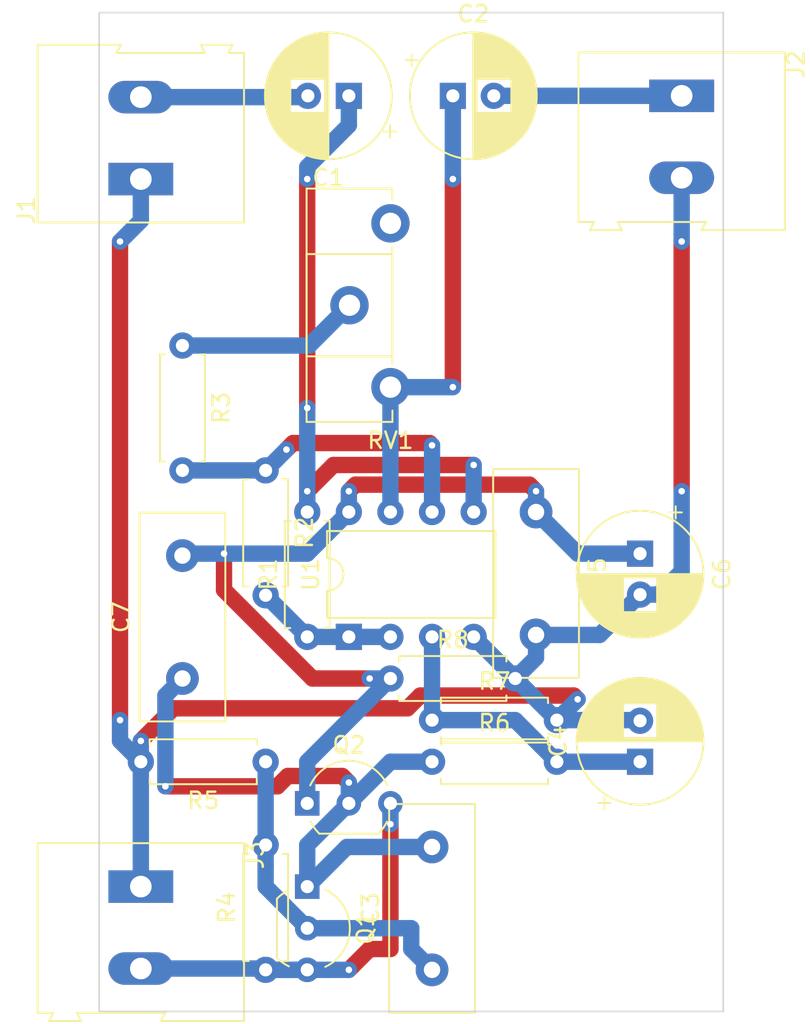
<source format=kicad_pcb>
(kicad_pcb (version 20171130) (host pcbnew 5.1.5+dfsg1-2build2)

  (general
    (thickness 1.6)
    (drawings 4)
    (tracks 125)
    (zones 0)
    (modules 22)
    (nets 14)
  )

  (page A4)
  (layers
    (0 F.Cu signal)
    (31 B.Cu signal)
    (32 B.Adhes user)
    (33 F.Adhes user)
    (34 B.Paste user)
    (35 F.Paste user)
    (36 B.SilkS user)
    (37 F.SilkS user)
    (38 B.Mask user)
    (39 F.Mask user)
    (40 Dwgs.User user)
    (41 Cmts.User user)
    (42 Eco1.User user)
    (43 Eco2.User user)
    (44 Edge.Cuts user)
    (45 Margin user)
    (46 B.CrtYd user)
    (47 F.CrtYd user)
    (48 B.Fab user)
    (49 F.Fab user)
  )

  (setup
    (last_trace_width 1)
    (user_trace_width 1)
    (trace_clearance 0.2)
    (zone_clearance 0.508)
    (zone_45_only no)
    (trace_min 0.2)
    (via_size 0.8)
    (via_drill 0.4)
    (via_min_size 0.4)
    (via_min_drill 0.3)
    (uvia_size 0.3)
    (uvia_drill 0.1)
    (uvias_allowed no)
    (uvia_min_size 0.2)
    (uvia_min_drill 0.1)
    (edge_width 0.05)
    (segment_width 0.2)
    (pcb_text_width 0.3)
    (pcb_text_size 1.5 1.5)
    (mod_edge_width 0.12)
    (mod_text_size 1 1)
    (mod_text_width 0.15)
    (pad_size 1.524 1.524)
    (pad_drill 0.762)
    (pad_to_mask_clearance 0)
    (aux_axis_origin 0 0)
    (visible_elements FFFFFF7F)
    (pcbplotparams
      (layerselection 0x010fc_ffffffff)
      (usegerberextensions false)
      (usegerberattributes true)
      (usegerberadvancedattributes true)
      (creategerberjobfile true)
      (excludeedgelayer true)
      (linewidth 0.100000)
      (plotframeref false)
      (viasonmask false)
      (mode 1)
      (useauxorigin false)
      (hpglpennumber 1)
      (hpglpenspeed 20)
      (hpglpendiameter 15.000000)
      (psnegative false)
      (psa4output false)
      (plotreference true)
      (plotvalue true)
      (plotinvisibletext false)
      (padsonsilk false)
      (subtractmaskfromsilk false)
      (outputformat 1)
      (mirror false)
      (drillshape 1)
      (scaleselection 1)
      (outputdirectory ""))
  )

  (net 0 "")
  (net 1 SIGIN)
  (net 2 "Net-(C1-Pad1)")
  (net 3 SIGOUT)
  (net 4 "Net-(C2-Pad1)")
  (net 5 "Net-(C3-Pad2)")
  (net 6 "Net-(C3-Pad1)")
  (net 7 GND)
  (net 8 "Net-(C4-Pad1)")
  (net 9 V+)
  (net 10 +48V)
  (net 11 VREF)
  (net 12 "Net-(R2-Pad1)")
  (net 13 "Net-(R3-Pad1)")

  (net_class Default "This is the default net class."
    (clearance 0.2)
    (trace_width 0.25)
    (via_dia 0.8)
    (via_drill 0.4)
    (uvia_dia 0.3)
    (uvia_drill 0.1)
    (add_net +48V)
    (add_net GND)
    (add_net "Net-(C1-Pad1)")
    (add_net "Net-(C2-Pad1)")
    (add_net "Net-(C3-Pad1)")
    (add_net "Net-(C3-Pad2)")
    (add_net "Net-(C4-Pad1)")
    (add_net "Net-(R2-Pad1)")
    (add_net "Net-(R3-Pad1)")
    (add_net "Net-(RV1-Pad3)")
    (add_net SIGIN)
    (add_net SIGOUT)
    (add_net V+)
    (add_net VREF)
  )

  (module Potentiometer_THT:Potentiometer_ACP_CA14-H2,5_Horizontal (layer F.Cu) (tedit 5A3D4994) (tstamp 64811634)
    (at 144.78 71.12 180)
    (descr "Potentiometer, horizontal, ACP CA14-H2,5, http://www.acptechnologies.com/wp-content/uploads/2017/10/03-ACP-CA14-CE14.pdf")
    (tags "Potentiometer horizontal ACP CA14-H2,5")
    (path /6459F410)
    (fp_text reference RV1 (at 0 -3.25) (layer F.SilkS)
      (effects (font (size 1 1) (thickness 0.15)))
    )
    (fp_text value 10k (at 0 13.25) (layer F.Fab)
      (effects (font (size 1 1) (thickness 0.15)))
    )
    (fp_text user %R (at 2.5 5) (layer F.Fab)
      (effects (font (size 1 1) (thickness 0.15)))
    )
    (fp_line (start 5 -2) (end 5 12) (layer F.Fab) (width 0.1))
    (fp_line (start 5 12) (end 0 12) (layer F.Fab) (width 0.1))
    (fp_line (start 0 12) (end 0 -2) (layer F.Fab) (width 0.1))
    (fp_line (start 0 -2) (end 5 -2) (layer F.Fab) (width 0.1))
    (fp_line (start 0 2) (end 0 8) (layer F.Fab) (width 0.1))
    (fp_line (start 0 8) (end 5 8) (layer F.Fab) (width 0.1))
    (fp_line (start 5 8) (end 5 2) (layer F.Fab) (width 0.1))
    (fp_line (start 5 2) (end 0 2) (layer F.Fab) (width 0.1))
    (fp_line (start -0.121 -2.12) (end 5.12 -2.12) (layer F.SilkS) (width 0.12))
    (fp_line (start -0.121 12.12) (end 5.12 12.12) (layer F.SilkS) (width 0.12))
    (fp_line (start 5.12 -2.12) (end 5.12 12.12) (layer F.SilkS) (width 0.12))
    (fp_line (start -0.121 11.425) (end -0.121 12.12) (layer F.SilkS) (width 0.12))
    (fp_line (start -0.121 -2.12) (end -0.121 -1.426) (layer F.SilkS) (width 0.12))
    (fp_line (start -0.121 1.426) (end -0.121 8.575) (layer F.SilkS) (width 0.12))
    (fp_line (start -0.121 1.88) (end 5.12 1.88) (layer F.SilkS) (width 0.12))
    (fp_line (start -0.121 8.121) (end 5.12 8.121) (layer F.SilkS) (width 0.12))
    (fp_line (start -0.121 1.88) (end -0.121 8.121) (layer F.SilkS) (width 0.12))
    (fp_line (start 5.12 1.88) (end 5.12 8.121) (layer F.SilkS) (width 0.12))
    (fp_line (start -1.45 -2.25) (end -1.45 12.25) (layer F.CrtYd) (width 0.05))
    (fp_line (start -1.45 12.25) (end 5.25 12.25) (layer F.CrtYd) (width 0.05))
    (fp_line (start 5.25 12.25) (end 5.25 -2.25) (layer F.CrtYd) (width 0.05))
    (fp_line (start 5.25 -2.25) (end -1.45 -2.25) (layer F.CrtYd) (width 0.05))
    (pad 1 thru_hole circle (at 0 0 180) (size 2.34 2.34) (drill 1.3) (layers *.Cu *.Mask)
      (net 4 "Net-(C2-Pad1)"))
    (pad 2 thru_hole circle (at 2.5 5 180) (size 2.34 2.34) (drill 1.3) (layers *.Cu *.Mask)
      (net 13 "Net-(R3-Pad1)"))
    (pad 3 thru_hole circle (at 0 10 180) (size 2.34 2.34) (drill 1.3) (layers *.Cu *.Mask))
    (model ${KISYS3DMOD}/Potentiometer_THT.3dshapes/Potentiometer_ACP_CA14-H2,5_Horizontal.wrl
      (at (xyz 0 0 0))
      (scale (xyz 1 1 1))
      (rotate (xyz 0 0 0))
    )
  )

  (module Resistor_THT:R_Axial_DIN0207_L6.3mm_D2.5mm_P7.62mm_Horizontal (layer F.Cu) (tedit 5AE5139B) (tstamp 645DC5EC)
    (at 132.08 68.58 270)
    (descr "Resistor, Axial_DIN0207 series, Axial, Horizontal, pin pitch=7.62mm, 0.25W = 1/4W, length*diameter=6.3*2.5mm^2, http://cdn-reichelt.de/documents/datenblatt/B400/1_4W%23YAG.pdf")
    (tags "Resistor Axial_DIN0207 series Axial Horizontal pin pitch 7.62mm 0.25W = 1/4W length 6.3mm diameter 2.5mm")
    (path /64491ED7)
    (fp_text reference R3 (at 3.81 -2.37 90) (layer F.SilkS)
      (effects (font (size 1 1) (thickness 0.15)))
    )
    (fp_text value 1k (at 3.81 2.37 90) (layer F.Fab)
      (effects (font (size 1 1) (thickness 0.15)))
    )
    (fp_text user %R (at 3.81 0 90) (layer F.Fab)
      (effects (font (size 1 1) (thickness 0.15)))
    )
    (fp_line (start 0.66 -1.25) (end 0.66 1.25) (layer F.Fab) (width 0.1))
    (fp_line (start 0.66 1.25) (end 6.96 1.25) (layer F.Fab) (width 0.1))
    (fp_line (start 6.96 1.25) (end 6.96 -1.25) (layer F.Fab) (width 0.1))
    (fp_line (start 6.96 -1.25) (end 0.66 -1.25) (layer F.Fab) (width 0.1))
    (fp_line (start 0 0) (end 0.66 0) (layer F.Fab) (width 0.1))
    (fp_line (start 7.62 0) (end 6.96 0) (layer F.Fab) (width 0.1))
    (fp_line (start 0.54 -1.04) (end 0.54 -1.37) (layer F.SilkS) (width 0.12))
    (fp_line (start 0.54 -1.37) (end 7.08 -1.37) (layer F.SilkS) (width 0.12))
    (fp_line (start 7.08 -1.37) (end 7.08 -1.04) (layer F.SilkS) (width 0.12))
    (fp_line (start 0.54 1.04) (end 0.54 1.37) (layer F.SilkS) (width 0.12))
    (fp_line (start 0.54 1.37) (end 7.08 1.37) (layer F.SilkS) (width 0.12))
    (fp_line (start 7.08 1.37) (end 7.08 1.04) (layer F.SilkS) (width 0.12))
    (fp_line (start -1.05 -1.5) (end -1.05 1.5) (layer F.CrtYd) (width 0.05))
    (fp_line (start -1.05 1.5) (end 8.67 1.5) (layer F.CrtYd) (width 0.05))
    (fp_line (start 8.67 1.5) (end 8.67 -1.5) (layer F.CrtYd) (width 0.05))
    (fp_line (start 8.67 -1.5) (end -1.05 -1.5) (layer F.CrtYd) (width 0.05))
    (pad 2 thru_hole oval (at 7.62 0 270) (size 1.6 1.6) (drill 0.8) (layers *.Cu *.Mask)
      (net 12 "Net-(R2-Pad1)"))
    (pad 1 thru_hole circle (at 0 0 270) (size 1.6 1.6) (drill 0.8) (layers *.Cu *.Mask)
      (net 13 "Net-(R3-Pad1)"))
    (model ${KISYS3DMOD}/Resistor_THT.3dshapes/R_Axial_DIN0207_L6.3mm_D2.5mm_P7.62mm_Horizontal.wrl
      (at (xyz 0 0 0))
      (scale (xyz 1 1 1))
      (rotate (xyz 0 0 0))
    )
  )

  (module Package_TO_SOT_THT:TO-92_Inline_Wide (layer F.Cu) (tedit 5A02FF81) (tstamp 645DC5A7)
    (at 139.7 96.52)
    (descr "TO-92 leads in-line, wide, drill 0.75mm (see NXP sot054_po.pdf)")
    (tags "to-92 sc-43 sc-43a sot54 PA33 transistor")
    (path /64474AC4/645C5D65)
    (fp_text reference Q2 (at 2.54 -3.56) (layer F.SilkS)
      (effects (font (size 1 1) (thickness 0.15)))
    )
    (fp_text value PN2222A (at 2.54 2.79) (layer F.Fab)
      (effects (font (size 1 1) (thickness 0.15)))
    )
    (fp_text user %R (at 2.54 -3.56) (layer F.Fab)
      (effects (font (size 1 1) (thickness 0.15)))
    )
    (fp_line (start 0.74 1.85) (end 4.34 1.85) (layer F.SilkS) (width 0.12))
    (fp_line (start 0.8 1.75) (end 4.3 1.75) (layer F.Fab) (width 0.1))
    (fp_line (start -1.01 -2.73) (end 6.09 -2.73) (layer F.CrtYd) (width 0.05))
    (fp_line (start -1.01 -2.73) (end -1.01 2.01) (layer F.CrtYd) (width 0.05))
    (fp_line (start 6.09 2.01) (end 6.09 -2.73) (layer F.CrtYd) (width 0.05))
    (fp_line (start 6.09 2.01) (end -1.01 2.01) (layer F.CrtYd) (width 0.05))
    (fp_arc (start 2.54 0) (end 0.74 1.85) (angle 20) (layer F.SilkS) (width 0.12))
    (fp_arc (start 2.54 0) (end 2.54 -2.6) (angle -65) (layer F.SilkS) (width 0.12))
    (fp_arc (start 2.54 0) (end 2.54 -2.6) (angle 65) (layer F.SilkS) (width 0.12))
    (fp_arc (start 2.54 0) (end 2.54 -2.48) (angle 135) (layer F.Fab) (width 0.1))
    (fp_arc (start 2.54 0) (end 2.54 -2.48) (angle -135) (layer F.Fab) (width 0.1))
    (fp_arc (start 2.54 0) (end 4.34 1.85) (angle -20) (layer F.SilkS) (width 0.12))
    (pad 2 thru_hole circle (at 2.54 0 90) (size 1.5 1.5) (drill 0.8) (layers *.Cu *.Mask)
      (net 5 "Net-(C3-Pad2)"))
    (pad 3 thru_hole circle (at 5.08 0 90) (size 1.5 1.5) (drill 0.8) (layers *.Cu *.Mask)
      (net 10 +48V))
    (pad 1 thru_hole rect (at 0 0 90) (size 1.5 1.5) (drill 0.8) (layers *.Cu *.Mask)
      (net 9 V+))
    (model ${KISYS3DMOD}/Package_TO_SOT_THT.3dshapes/TO-92_Inline_Wide.wrl
      (at (xyz 0 0 0))
      (scale (xyz 1 1 1))
      (rotate (xyz 0 0 0))
    )
  )

  (module Package_TO_SOT_THT:TO-92_Inline_Wide (layer F.Cu) (tedit 5A02FF81) (tstamp 6481AB2F)
    (at 139.7 101.6 270)
    (descr "TO-92 leads in-line, wide, drill 0.75mm (see NXP sot054_po.pdf)")
    (tags "to-92 sc-43 sc-43a sot54 PA33 transistor")
    (path /64474AC4/64475955)
    (fp_text reference Q1 (at 2.54 -3.56 90) (layer F.SilkS)
      (effects (font (size 1 1) (thickness 0.15)))
    )
    (fp_text value PN2222A (at 2.54 2.79 90) (layer F.Fab)
      (effects (font (size 1 1) (thickness 0.15)))
    )
    (fp_text user %R (at 2.54 -3.56 90) (layer F.Fab)
      (effects (font (size 1 1) (thickness 0.15)))
    )
    (fp_line (start 0.74 1.85) (end 4.34 1.85) (layer F.SilkS) (width 0.12))
    (fp_line (start 0.8 1.75) (end 4.3 1.75) (layer F.Fab) (width 0.1))
    (fp_line (start -1.01 -2.73) (end 6.09 -2.73) (layer F.CrtYd) (width 0.05))
    (fp_line (start -1.01 -2.73) (end -1.01 2.01) (layer F.CrtYd) (width 0.05))
    (fp_line (start 6.09 2.01) (end 6.09 -2.73) (layer F.CrtYd) (width 0.05))
    (fp_line (start 6.09 2.01) (end -1.01 2.01) (layer F.CrtYd) (width 0.05))
    (fp_arc (start 2.54 0) (end 0.74 1.85) (angle 20) (layer F.SilkS) (width 0.12))
    (fp_arc (start 2.54 0) (end 2.54 -2.6) (angle -65) (layer F.SilkS) (width 0.12))
    (fp_arc (start 2.54 0) (end 2.54 -2.6) (angle 65) (layer F.SilkS) (width 0.12))
    (fp_arc (start 2.54 0) (end 2.54 -2.48) (angle 135) (layer F.Fab) (width 0.1))
    (fp_arc (start 2.54 0) (end 2.54 -2.48) (angle -135) (layer F.Fab) (width 0.1))
    (fp_arc (start 2.54 0) (end 4.34 1.85) (angle -20) (layer F.SilkS) (width 0.12))
    (pad 2 thru_hole circle (at 2.54 0) (size 1.5 1.5) (drill 0.8) (layers *.Cu *.Mask)
      (net 6 "Net-(C3-Pad1)"))
    (pad 3 thru_hole circle (at 5.08 0) (size 1.5 1.5) (drill 0.8) (layers *.Cu *.Mask)
      (net 10 +48V))
    (pad 1 thru_hole rect (at 0 0) (size 1.5 1.5) (drill 0.8) (layers *.Cu *.Mask)
      (net 5 "Net-(C3-Pad2)"))
    (model ${KISYS3DMOD}/Package_TO_SOT_THT.3dshapes/TO-92_Inline_Wide.wrl
      (at (xyz 0 0 0))
      (scale (xyz 1 1 1))
      (rotate (xyz 0 0 0))
    )
  )

  (module TerminalBlock:TerminalBlock_Altech_AK300-2_P5.00mm (layer F.Cu) (tedit 59FF0306) (tstamp 648134E1)
    (at 129.54 101.6 270)
    (descr "Altech AK300 terminal block, pitch 5.0mm, 45 degree angled, see http://www.mouser.com/ds/2/16/PCBMETRC-24178.pdf")
    (tags "Altech AK300 terminal block pitch 5.0mm")
    (path /64687088)
    (fp_text reference J3 (at -1.92 -6.99 90) (layer F.SilkS)
      (effects (font (size 1 1) (thickness 0.15)))
    )
    (fp_text value POW (at 2.78 7.75 90) (layer F.Fab)
      (effects (font (size 1 1) (thickness 0.15)))
    )
    (fp_arc (start -1.13 -4.65) (end -1.42 -4.13) (angle 104.2) (layer F.Fab) (width 0.1))
    (fp_arc (start -0.01 -3.71) (end -1.62 -5) (angle 100) (layer F.Fab) (width 0.1))
    (fp_arc (start 0.06 -6.07) (end 1.53 -4.12) (angle 75.5) (layer F.Fab) (width 0.1))
    (fp_arc (start 1.03 -4.59) (end 1.53 -5.05) (angle 90.5) (layer F.Fab) (width 0.1))
    (fp_arc (start 3.87 -4.65) (end 3.58 -4.13) (angle 104.2) (layer F.Fab) (width 0.1))
    (fp_arc (start 4.99 -3.71) (end 3.39 -5) (angle 100) (layer F.Fab) (width 0.1))
    (fp_arc (start 5.07 -6.07) (end 6.53 -4.12) (angle 75.5) (layer F.Fab) (width 0.1))
    (fp_arc (start 6.03 -4.59) (end 6.54 -5.05) (angle 90.5) (layer F.Fab) (width 0.1))
    (fp_line (start 8.36 6.47) (end -2.83 6.47) (layer F.CrtYd) (width 0.05))
    (fp_line (start 8.36 6.47) (end 8.36 -6.47) (layer F.CrtYd) (width 0.05))
    (fp_line (start -2.83 -6.47) (end -2.83 6.47) (layer F.CrtYd) (width 0.05))
    (fp_line (start -2.83 -6.47) (end 8.36 -6.47) (layer F.CrtYd) (width 0.05))
    (fp_line (start 3.36 -0.25) (end 6.67 -0.25) (layer F.Fab) (width 0.1))
    (fp_line (start 2.98 -0.25) (end 3.36 -0.25) (layer F.Fab) (width 0.1))
    (fp_line (start 7.05 -0.25) (end 6.67 -0.25) (layer F.Fab) (width 0.1))
    (fp_line (start 6.67 -0.64) (end 3.36 -0.64) (layer F.Fab) (width 0.1))
    (fp_line (start 7.61 -0.64) (end 6.67 -0.64) (layer F.Fab) (width 0.1))
    (fp_line (start 1.66 -0.64) (end 3.36 -0.64) (layer F.Fab) (width 0.1))
    (fp_line (start -1.64 -0.64) (end 1.66 -0.64) (layer F.Fab) (width 0.1))
    (fp_line (start -2.58 -0.64) (end -1.64 -0.64) (layer F.Fab) (width 0.1))
    (fp_line (start 1.66 -0.25) (end -1.64 -0.25) (layer F.Fab) (width 0.1))
    (fp_line (start 2.04 -0.25) (end 1.66 -0.25) (layer F.Fab) (width 0.1))
    (fp_line (start -2.02 -0.25) (end -1.64 -0.25) (layer F.Fab) (width 0.1))
    (fp_line (start -1.49 -4.32) (end 1.56 -4.95) (layer F.Fab) (width 0.1))
    (fp_line (start -1.62 -4.45) (end 1.44 -5.08) (layer F.Fab) (width 0.1))
    (fp_line (start 3.52 -4.32) (end 6.56 -4.95) (layer F.Fab) (width 0.1))
    (fp_line (start 3.39 -4.45) (end 6.44 -5.08) (layer F.Fab) (width 0.1))
    (fp_line (start 2.04 -5.97) (end -2.02 -5.97) (layer F.Fab) (width 0.1))
    (fp_line (start -2.02 -3.43) (end -2.02 -5.97) (layer F.Fab) (width 0.1))
    (fp_line (start 2.04 -3.43) (end -2.02 -3.43) (layer F.Fab) (width 0.1))
    (fp_line (start 2.04 -3.43) (end 2.04 -5.97) (layer F.Fab) (width 0.1))
    (fp_line (start 7.05 -3.43) (end 2.98 -3.43) (layer F.Fab) (width 0.1))
    (fp_line (start 7.05 -5.97) (end 7.05 -3.43) (layer F.Fab) (width 0.1))
    (fp_line (start 2.98 -5.97) (end 7.05 -5.97) (layer F.Fab) (width 0.1))
    (fp_line (start 2.98 -3.43) (end 2.98 -5.97) (layer F.Fab) (width 0.1))
    (fp_line (start 7.61 -3.17) (end 7.61 -1.65) (layer F.Fab) (width 0.1))
    (fp_line (start -2.58 -3.17) (end -2.58 -6.22) (layer F.Fab) (width 0.1))
    (fp_line (start -2.58 -3.17) (end 7.61 -3.17) (layer F.Fab) (width 0.1))
    (fp_line (start 7.61 -0.64) (end 7.61 4.06) (layer F.Fab) (width 0.1))
    (fp_line (start 7.61 -1.65) (end 7.61 -0.64) (layer F.Fab) (width 0.1))
    (fp_line (start -2.58 -0.64) (end -2.58 -3.17) (layer F.Fab) (width 0.1))
    (fp_line (start -2.58 6.22) (end -2.58 -0.64) (layer F.Fab) (width 0.1))
    (fp_line (start 6.67 0.51) (end 6.28 0.51) (layer F.Fab) (width 0.1))
    (fp_line (start 3.36 0.51) (end 3.74 0.51) (layer F.Fab) (width 0.1))
    (fp_line (start 1.66 0.51) (end 1.28 0.51) (layer F.Fab) (width 0.1))
    (fp_line (start -1.64 0.51) (end -1.26 0.51) (layer F.Fab) (width 0.1))
    (fp_line (start -1.64 3.68) (end -1.64 0.51) (layer F.Fab) (width 0.1))
    (fp_line (start 1.66 3.68) (end -1.64 3.68) (layer F.Fab) (width 0.1))
    (fp_line (start 1.66 3.68) (end 1.66 0.51) (layer F.Fab) (width 0.1))
    (fp_line (start 3.36 3.68) (end 3.36 0.51) (layer F.Fab) (width 0.1))
    (fp_line (start 6.67 3.68) (end 3.36 3.68) (layer F.Fab) (width 0.1))
    (fp_line (start 6.67 3.68) (end 6.67 0.51) (layer F.Fab) (width 0.1))
    (fp_line (start -2.02 4.32) (end -2.02 6.22) (layer F.Fab) (width 0.1))
    (fp_line (start 2.04 4.32) (end 2.04 -0.25) (layer F.Fab) (width 0.1))
    (fp_line (start 2.04 4.32) (end -2.02 4.32) (layer F.Fab) (width 0.1))
    (fp_line (start 7.05 4.32) (end 7.05 6.22) (layer F.Fab) (width 0.1))
    (fp_line (start 2.98 4.32) (end 2.98 -0.25) (layer F.Fab) (width 0.1))
    (fp_line (start 2.98 4.32) (end 7.05 4.32) (layer F.Fab) (width 0.1))
    (fp_line (start -2.02 6.22) (end 2.04 6.22) (layer F.Fab) (width 0.1))
    (fp_line (start -2.58 6.22) (end -2.02 6.22) (layer F.Fab) (width 0.1))
    (fp_line (start -2.02 -0.25) (end -2.02 4.32) (layer F.Fab) (width 0.1))
    (fp_line (start 2.04 6.22) (end 2.98 6.22) (layer F.Fab) (width 0.1))
    (fp_line (start 2.04 6.22) (end 2.04 4.32) (layer F.Fab) (width 0.1))
    (fp_line (start 7.05 6.22) (end 7.61 6.22) (layer F.Fab) (width 0.1))
    (fp_line (start 2.98 6.22) (end 7.05 6.22) (layer F.Fab) (width 0.1))
    (fp_line (start 7.05 -0.25) (end 7.05 4.32) (layer F.Fab) (width 0.1))
    (fp_line (start 2.98 6.22) (end 2.98 4.32) (layer F.Fab) (width 0.1))
    (fp_line (start 8.11 3.81) (end 8.11 5.46) (layer F.Fab) (width 0.1))
    (fp_line (start 7.61 4.06) (end 7.61 5.21) (layer F.Fab) (width 0.1))
    (fp_line (start 8.11 3.81) (end 7.61 4.06) (layer F.Fab) (width 0.1))
    (fp_line (start 7.61 5.21) (end 7.61 6.22) (layer F.Fab) (width 0.1))
    (fp_line (start 8.11 5.46) (end 7.61 5.21) (layer F.Fab) (width 0.1))
    (fp_line (start 8.11 -1.4) (end 7.61 -1.65) (layer F.Fab) (width 0.1))
    (fp_line (start 8.11 -6.22) (end 8.11 -1.4) (layer F.Fab) (width 0.1))
    (fp_line (start 7.61 -6.22) (end 8.11 -6.22) (layer F.Fab) (width 0.1))
    (fp_line (start 7.61 -6.22) (end -2.58 -6.22) (layer F.Fab) (width 0.1))
    (fp_line (start 7.61 -6.22) (end 7.61 -3.17) (layer F.Fab) (width 0.1))
    (fp_line (start 3.74 2.54) (end 3.74 -0.25) (layer F.Fab) (width 0.1))
    (fp_line (start 3.74 -0.25) (end 6.28 -0.25) (layer F.Fab) (width 0.1))
    (fp_line (start 6.28 2.54) (end 6.28 -0.25) (layer F.Fab) (width 0.1))
    (fp_line (start 3.74 2.54) (end 6.28 2.54) (layer F.Fab) (width 0.1))
    (fp_line (start -1.26 2.54) (end -1.26 -0.25) (layer F.Fab) (width 0.1))
    (fp_line (start -1.26 -0.25) (end 1.28 -0.25) (layer F.Fab) (width 0.1))
    (fp_line (start 1.28 2.54) (end 1.28 -0.25) (layer F.Fab) (width 0.1))
    (fp_line (start -1.26 2.54) (end 1.28 2.54) (layer F.Fab) (width 0.1))
    (fp_line (start 8.2 -6.3) (end -2.65 -6.3) (layer F.SilkS) (width 0.12))
    (fp_line (start 8.2 -1.2) (end 8.2 -6.3) (layer F.SilkS) (width 0.12))
    (fp_line (start 7.7 -1.5) (end 8.2 -1.2) (layer F.SilkS) (width 0.12))
    (fp_line (start 7.7 3.9) (end 7.7 -1.5) (layer F.SilkS) (width 0.12))
    (fp_line (start 8.2 3.65) (end 7.7 3.9) (layer F.SilkS) (width 0.12))
    (fp_line (start 8.2 3.7) (end 8.2 3.65) (layer F.SilkS) (width 0.12))
    (fp_line (start 8.2 5.6) (end 8.2 3.7) (layer F.SilkS) (width 0.12))
    (fp_line (start 7.7 5.35) (end 8.2 5.6) (layer F.SilkS) (width 0.12))
    (fp_line (start 7.7 6.3) (end 7.7 5.35) (layer F.SilkS) (width 0.12))
    (fp_line (start -2.65 6.3) (end 7.7 6.3) (layer F.SilkS) (width 0.12))
    (fp_line (start -2.65 -6.3) (end -2.65 6.3) (layer F.SilkS) (width 0.12))
    (fp_text user %R (at 2.5 -2 90) (layer F.Fab)
      (effects (font (size 1 1) (thickness 0.15)))
    )
    (pad 2 thru_hole oval (at 5 0 270) (size 1.98 3.96) (drill 1.32) (layers *.Cu *.Mask)
      (net 10 +48V))
    (pad 1 thru_hole rect (at 0 0 270) (size 1.98 3.96) (drill 1.32) (layers *.Cu *.Mask)
      (net 7 GND))
    (model ${KISYS3DMOD}/TerminalBlock.3dshapes/TerminalBlock_Altech_AK300-2_P5.00mm.wrl
      (at (xyz 0 0 0))
      (scale (xyz 1 1 1))
      (rotate (xyz 0 0 0))
    )
  )

  (module Package_DIP:DIP-8_W7.62mm (layer F.Cu) (tedit 5A02E8C5) (tstamp 64811D79)
    (at 142.24 86.36 90)
    (descr "8-lead though-hole mounted DIP package, row spacing 7.62 mm (300 mils)")
    (tags "THT DIP DIL PDIP 2.54mm 7.62mm 300mil")
    (path /644A5941)
    (fp_text reference U1 (at 3.81 -2.33 90) (layer F.SilkS)
      (effects (font (size 1 1) (thickness 0.15)))
    )
    (fp_text value TL082 (at 3.81 9.95 90) (layer F.Fab)
      (effects (font (size 1 1) (thickness 0.15)))
    )
    (fp_text user %R (at 3.81 3.81 90) (layer F.Fab)
      (effects (font (size 1 1) (thickness 0.15)))
    )
    (fp_arc (start 3.81 -1.33) (end 2.81 -1.33) (angle -180) (layer F.SilkS) (width 0.12))
    (fp_line (start 1.635 -1.27) (end 6.985 -1.27) (layer F.Fab) (width 0.1))
    (fp_line (start 6.985 -1.27) (end 6.985 8.89) (layer F.Fab) (width 0.1))
    (fp_line (start 6.985 8.89) (end 0.635 8.89) (layer F.Fab) (width 0.1))
    (fp_line (start 0.635 8.89) (end 0.635 -0.27) (layer F.Fab) (width 0.1))
    (fp_line (start 0.635 -0.27) (end 1.635 -1.27) (layer F.Fab) (width 0.1))
    (fp_line (start 2.81 -1.33) (end 1.16 -1.33) (layer F.SilkS) (width 0.12))
    (fp_line (start 1.16 -1.33) (end 1.16 8.95) (layer F.SilkS) (width 0.12))
    (fp_line (start 1.16 8.95) (end 6.46 8.95) (layer F.SilkS) (width 0.12))
    (fp_line (start 6.46 8.95) (end 6.46 -1.33) (layer F.SilkS) (width 0.12))
    (fp_line (start 6.46 -1.33) (end 4.81 -1.33) (layer F.SilkS) (width 0.12))
    (fp_line (start -1.1 -1.55) (end -1.1 9.15) (layer F.CrtYd) (width 0.05))
    (fp_line (start -1.1 9.15) (end 8.7 9.15) (layer F.CrtYd) (width 0.05))
    (fp_line (start 8.7 9.15) (end 8.7 -1.55) (layer F.CrtYd) (width 0.05))
    (fp_line (start 8.7 -1.55) (end -1.1 -1.55) (layer F.CrtYd) (width 0.05))
    (pad 8 thru_hole oval (at 7.62 0 90) (size 1.6 1.6) (drill 0.8) (layers *.Cu *.Mask)
      (net 9 V+))
    (pad 4 thru_hole oval (at 0 7.62 90) (size 1.6 1.6) (drill 0.8) (layers *.Cu *.Mask)
      (net 7 GND))
    (pad 7 thru_hole oval (at 7.62 2.54 90) (size 1.6 1.6) (drill 0.8) (layers *.Cu *.Mask)
      (net 4 "Net-(C2-Pad1)"))
    (pad 3 thru_hole oval (at 0 5.08 90) (size 1.6 1.6) (drill 0.8) (layers *.Cu *.Mask)
      (net 8 "Net-(C4-Pad1)"))
    (pad 6 thru_hole oval (at 7.62 5.08 90) (size 1.6 1.6) (drill 0.8) (layers *.Cu *.Mask)
      (net 12 "Net-(R2-Pad1)"))
    (pad 2 thru_hole oval (at 0 2.54 90) (size 1.6 1.6) (drill 0.8) (layers *.Cu *.Mask)
      (net 11 VREF))
    (pad 5 thru_hole oval (at 7.62 7.62 90) (size 1.6 1.6) (drill 0.8) (layers *.Cu *.Mask)
      (net 2 "Net-(C1-Pad1)"))
    (pad 1 thru_hole rect (at 0 0 90) (size 1.6 1.6) (drill 0.8) (layers *.Cu *.Mask)
      (net 11 VREF))
    (model ${KISYS3DMOD}/Package_DIP.3dshapes/DIP-8_W7.62mm.wrl
      (at (xyz 0 0 0))
      (scale (xyz 1 1 1))
      (rotate (xyz 0 0 0))
    )
  )

  (module Resistor_THT:R_Axial_DIN0207_L6.3mm_D2.5mm_P7.62mm_Horizontal (layer F.Cu) (tedit 5AE5139B) (tstamp 645DC65F)
    (at 144.78 88.9)
    (descr "Resistor, Axial_DIN0207 series, Axial, Horizontal, pin pitch=7.62mm, 0.25W = 1/4W, length*diameter=6.3*2.5mm^2, http://cdn-reichelt.de/documents/datenblatt/B400/1_4W%23YAG.pdf")
    (tags "Resistor Axial_DIN0207 series Axial Horizontal pin pitch 7.62mm 0.25W = 1/4W length 6.3mm diameter 2.5mm")
    (path /64474AC4/645D1757)
    (fp_text reference R8 (at 3.81 -2.37) (layer F.SilkS)
      (effects (font (size 1 1) (thickness 0.15)))
    )
    (fp_text value 10k (at 3.81 2.37) (layer F.Fab)
      (effects (font (size 1 1) (thickness 0.15)))
    )
    (fp_text user %R (at 3.81 0) (layer F.Fab)
      (effects (font (size 1 1) (thickness 0.15)))
    )
    (fp_line (start 0.66 -1.25) (end 0.66 1.25) (layer F.Fab) (width 0.1))
    (fp_line (start 0.66 1.25) (end 6.96 1.25) (layer F.Fab) (width 0.1))
    (fp_line (start 6.96 1.25) (end 6.96 -1.25) (layer F.Fab) (width 0.1))
    (fp_line (start 6.96 -1.25) (end 0.66 -1.25) (layer F.Fab) (width 0.1))
    (fp_line (start 0 0) (end 0.66 0) (layer F.Fab) (width 0.1))
    (fp_line (start 7.62 0) (end 6.96 0) (layer F.Fab) (width 0.1))
    (fp_line (start 0.54 -1.04) (end 0.54 -1.37) (layer F.SilkS) (width 0.12))
    (fp_line (start 0.54 -1.37) (end 7.08 -1.37) (layer F.SilkS) (width 0.12))
    (fp_line (start 7.08 -1.37) (end 7.08 -1.04) (layer F.SilkS) (width 0.12))
    (fp_line (start 0.54 1.04) (end 0.54 1.37) (layer F.SilkS) (width 0.12))
    (fp_line (start 0.54 1.37) (end 7.08 1.37) (layer F.SilkS) (width 0.12))
    (fp_line (start 7.08 1.37) (end 7.08 1.04) (layer F.SilkS) (width 0.12))
    (fp_line (start -1.05 -1.5) (end -1.05 1.5) (layer F.CrtYd) (width 0.05))
    (fp_line (start -1.05 1.5) (end 8.67 1.5) (layer F.CrtYd) (width 0.05))
    (fp_line (start 8.67 1.5) (end 8.67 -1.5) (layer F.CrtYd) (width 0.05))
    (fp_line (start 8.67 -1.5) (end -1.05 -1.5) (layer F.CrtYd) (width 0.05))
    (pad 2 thru_hole oval (at 7.62 0) (size 1.6 1.6) (drill 0.8) (layers *.Cu *.Mask)
      (net 7 GND))
    (pad 1 thru_hole circle (at 0 0) (size 1.6 1.6) (drill 0.8) (layers *.Cu *.Mask)
      (net 9 V+))
    (model ${KISYS3DMOD}/Resistor_THT.3dshapes/R_Axial_DIN0207_L6.3mm_D2.5mm_P7.62mm_Horizontal.wrl
      (at (xyz 0 0 0))
      (scale (xyz 1 1 1))
      (rotate (xyz 0 0 0))
    )
  )

  (module Resistor_THT:R_Axial_DIN0207_L6.3mm_D2.5mm_P7.62mm_Horizontal (layer F.Cu) (tedit 5AE5139B) (tstamp 645DC648)
    (at 147.32 91.44)
    (descr "Resistor, Axial_DIN0207 series, Axial, Horizontal, pin pitch=7.62mm, 0.25W = 1/4W, length*diameter=6.3*2.5mm^2, http://cdn-reichelt.de/documents/datenblatt/B400/1_4W%23YAG.pdf")
    (tags "Resistor Axial_DIN0207 series Axial Horizontal pin pitch 7.62mm 0.25W = 1/4W length 6.3mm diameter 2.5mm")
    (path /64474AC4/6447B168)
    (fp_text reference R7 (at 3.81 -2.37) (layer F.SilkS)
      (effects (font (size 1 1) (thickness 0.15)))
    )
    (fp_text value 10k (at 3.81 2.37) (layer F.Fab)
      (effects (font (size 1 1) (thickness 0.15)))
    )
    (fp_text user %R (at 3.81 0) (layer F.Fab)
      (effects (font (size 1 1) (thickness 0.15)))
    )
    (fp_line (start 0.66 -1.25) (end 0.66 1.25) (layer F.Fab) (width 0.1))
    (fp_line (start 0.66 1.25) (end 6.96 1.25) (layer F.Fab) (width 0.1))
    (fp_line (start 6.96 1.25) (end 6.96 -1.25) (layer F.Fab) (width 0.1))
    (fp_line (start 6.96 -1.25) (end 0.66 -1.25) (layer F.Fab) (width 0.1))
    (fp_line (start 0 0) (end 0.66 0) (layer F.Fab) (width 0.1))
    (fp_line (start 7.62 0) (end 6.96 0) (layer F.Fab) (width 0.1))
    (fp_line (start 0.54 -1.04) (end 0.54 -1.37) (layer F.SilkS) (width 0.12))
    (fp_line (start 0.54 -1.37) (end 7.08 -1.37) (layer F.SilkS) (width 0.12))
    (fp_line (start 7.08 -1.37) (end 7.08 -1.04) (layer F.SilkS) (width 0.12))
    (fp_line (start 0.54 1.04) (end 0.54 1.37) (layer F.SilkS) (width 0.12))
    (fp_line (start 0.54 1.37) (end 7.08 1.37) (layer F.SilkS) (width 0.12))
    (fp_line (start 7.08 1.37) (end 7.08 1.04) (layer F.SilkS) (width 0.12))
    (fp_line (start -1.05 -1.5) (end -1.05 1.5) (layer F.CrtYd) (width 0.05))
    (fp_line (start -1.05 1.5) (end 8.67 1.5) (layer F.CrtYd) (width 0.05))
    (fp_line (start 8.67 1.5) (end 8.67 -1.5) (layer F.CrtYd) (width 0.05))
    (fp_line (start 8.67 -1.5) (end -1.05 -1.5) (layer F.CrtYd) (width 0.05))
    (pad 2 thru_hole oval (at 7.62 0) (size 1.6 1.6) (drill 0.8) (layers *.Cu *.Mask)
      (net 7 GND))
    (pad 1 thru_hole circle (at 0 0) (size 1.6 1.6) (drill 0.8) (layers *.Cu *.Mask)
      (net 8 "Net-(C4-Pad1)"))
    (model ${KISYS3DMOD}/Resistor_THT.3dshapes/R_Axial_DIN0207_L6.3mm_D2.5mm_P7.62mm_Horizontal.wrl
      (at (xyz 0 0 0))
      (scale (xyz 1 1 1))
      (rotate (xyz 0 0 0))
    )
  )

  (module Resistor_THT:R_Axial_DIN0207_L6.3mm_D2.5mm_P7.62mm_Horizontal (layer F.Cu) (tedit 5AE5139B) (tstamp 645DC631)
    (at 147.32 93.98)
    (descr "Resistor, Axial_DIN0207 series, Axial, Horizontal, pin pitch=7.62mm, 0.25W = 1/4W, length*diameter=6.3*2.5mm^2, http://cdn-reichelt.de/documents/datenblatt/B400/1_4W%23YAG.pdf")
    (tags "Resistor Axial_DIN0207 series Axial Horizontal pin pitch 7.62mm 0.25W = 1/4W length 6.3mm diameter 2.5mm")
    (path /64474AC4/6447AE9B)
    (fp_text reference R6 (at 3.81 -2.37) (layer F.SilkS)
      (effects (font (size 1 1) (thickness 0.15)))
    )
    (fp_text value 10k (at 3.81 2.37) (layer F.Fab)
      (effects (font (size 1 1) (thickness 0.15)))
    )
    (fp_text user %R (at 3.81 0) (layer F.Fab)
      (effects (font (size 1 1) (thickness 0.15)))
    )
    (fp_line (start 0.66 -1.25) (end 0.66 1.25) (layer F.Fab) (width 0.1))
    (fp_line (start 0.66 1.25) (end 6.96 1.25) (layer F.Fab) (width 0.1))
    (fp_line (start 6.96 1.25) (end 6.96 -1.25) (layer F.Fab) (width 0.1))
    (fp_line (start 6.96 -1.25) (end 0.66 -1.25) (layer F.Fab) (width 0.1))
    (fp_line (start 0 0) (end 0.66 0) (layer F.Fab) (width 0.1))
    (fp_line (start 7.62 0) (end 6.96 0) (layer F.Fab) (width 0.1))
    (fp_line (start 0.54 -1.04) (end 0.54 -1.37) (layer F.SilkS) (width 0.12))
    (fp_line (start 0.54 -1.37) (end 7.08 -1.37) (layer F.SilkS) (width 0.12))
    (fp_line (start 7.08 -1.37) (end 7.08 -1.04) (layer F.SilkS) (width 0.12))
    (fp_line (start 0.54 1.04) (end 0.54 1.37) (layer F.SilkS) (width 0.12))
    (fp_line (start 0.54 1.37) (end 7.08 1.37) (layer F.SilkS) (width 0.12))
    (fp_line (start 7.08 1.37) (end 7.08 1.04) (layer F.SilkS) (width 0.12))
    (fp_line (start -1.05 -1.5) (end -1.05 1.5) (layer F.CrtYd) (width 0.05))
    (fp_line (start -1.05 1.5) (end 8.67 1.5) (layer F.CrtYd) (width 0.05))
    (fp_line (start 8.67 1.5) (end 8.67 -1.5) (layer F.CrtYd) (width 0.05))
    (fp_line (start 8.67 -1.5) (end -1.05 -1.5) (layer F.CrtYd) (width 0.05))
    (pad 2 thru_hole oval (at 7.62 0) (size 1.6 1.6) (drill 0.8) (layers *.Cu *.Mask)
      (net 8 "Net-(C4-Pad1)"))
    (pad 1 thru_hole circle (at 0 0) (size 1.6 1.6) (drill 0.8) (layers *.Cu *.Mask)
      (net 5 "Net-(C3-Pad2)"))
    (model ${KISYS3DMOD}/Resistor_THT.3dshapes/R_Axial_DIN0207_L6.3mm_D2.5mm_P7.62mm_Horizontal.wrl
      (at (xyz 0 0 0))
      (scale (xyz 1 1 1))
      (rotate (xyz 0 0 0))
    )
  )

  (module Resistor_THT:R_Axial_DIN0207_L6.3mm_D2.5mm_P7.62mm_Horizontal (layer F.Cu) (tedit 5AE5139B) (tstamp 645DC61A)
    (at 137.16 93.98 180)
    (descr "Resistor, Axial_DIN0207 series, Axial, Horizontal, pin pitch=7.62mm, 0.25W = 1/4W, length*diameter=6.3*2.5mm^2, http://cdn-reichelt.de/documents/datenblatt/B400/1_4W%23YAG.pdf")
    (tags "Resistor Axial_DIN0207 series Axial Horizontal pin pitch 7.62mm 0.25W = 1/4W length 6.3mm diameter 2.5mm")
    (path /64474AC4/64479C8F)
    (fp_text reference R5 (at 3.81 -2.37) (layer F.SilkS)
      (effects (font (size 1 1) (thickness 0.15)))
    )
    (fp_text value 10k (at 3.81 2.37) (layer F.Fab)
      (effects (font (size 1 1) (thickness 0.15)))
    )
    (fp_text user %R (at 3.81 0) (layer F.Fab)
      (effects (font (size 1 1) (thickness 0.15)))
    )
    (fp_line (start 0.66 -1.25) (end 0.66 1.25) (layer F.Fab) (width 0.1))
    (fp_line (start 0.66 1.25) (end 6.96 1.25) (layer F.Fab) (width 0.1))
    (fp_line (start 6.96 1.25) (end 6.96 -1.25) (layer F.Fab) (width 0.1))
    (fp_line (start 6.96 -1.25) (end 0.66 -1.25) (layer F.Fab) (width 0.1))
    (fp_line (start 0 0) (end 0.66 0) (layer F.Fab) (width 0.1))
    (fp_line (start 7.62 0) (end 6.96 0) (layer F.Fab) (width 0.1))
    (fp_line (start 0.54 -1.04) (end 0.54 -1.37) (layer F.SilkS) (width 0.12))
    (fp_line (start 0.54 -1.37) (end 7.08 -1.37) (layer F.SilkS) (width 0.12))
    (fp_line (start 7.08 -1.37) (end 7.08 -1.04) (layer F.SilkS) (width 0.12))
    (fp_line (start 0.54 1.04) (end 0.54 1.37) (layer F.SilkS) (width 0.12))
    (fp_line (start 0.54 1.37) (end 7.08 1.37) (layer F.SilkS) (width 0.12))
    (fp_line (start 7.08 1.37) (end 7.08 1.04) (layer F.SilkS) (width 0.12))
    (fp_line (start -1.05 -1.5) (end -1.05 1.5) (layer F.CrtYd) (width 0.05))
    (fp_line (start -1.05 1.5) (end 8.67 1.5) (layer F.CrtYd) (width 0.05))
    (fp_line (start 8.67 1.5) (end 8.67 -1.5) (layer F.CrtYd) (width 0.05))
    (fp_line (start 8.67 -1.5) (end -1.05 -1.5) (layer F.CrtYd) (width 0.05))
    (pad 2 thru_hole oval (at 7.62 0 180) (size 1.6 1.6) (drill 0.8) (layers *.Cu *.Mask)
      (net 7 GND))
    (pad 1 thru_hole circle (at 0 0 180) (size 1.6 1.6) (drill 0.8) (layers *.Cu *.Mask)
      (net 6 "Net-(C3-Pad1)"))
    (model ${KISYS3DMOD}/Resistor_THT.3dshapes/R_Axial_DIN0207_L6.3mm_D2.5mm_P7.62mm_Horizontal.wrl
      (at (xyz 0 0 0))
      (scale (xyz 1 1 1))
      (rotate (xyz 0 0 0))
    )
  )

  (module Resistor_THT:R_Axial_DIN0207_L6.3mm_D2.5mm_P7.62mm_Horizontal (layer F.Cu) (tedit 5AE5139B) (tstamp 645DC603)
    (at 137.16 106.68 90)
    (descr "Resistor, Axial_DIN0207 series, Axial, Horizontal, pin pitch=7.62mm, 0.25W = 1/4W, length*diameter=6.3*2.5mm^2, http://cdn-reichelt.de/documents/datenblatt/B400/1_4W%23YAG.pdf")
    (tags "Resistor Axial_DIN0207 series Axial Horizontal pin pitch 7.62mm 0.25W = 1/4W length 6.3mm diameter 2.5mm")
    (path /64474AC4/644784BE)
    (fp_text reference R4 (at 3.81 -2.37 90) (layer F.SilkS)
      (effects (font (size 1 1) (thickness 0.15)))
    )
    (fp_text value 10k (at 3.81 2.37 90) (layer F.Fab)
      (effects (font (size 1 1) (thickness 0.15)))
    )
    (fp_text user %R (at 3.81 0 90) (layer F.Fab)
      (effects (font (size 1 1) (thickness 0.15)))
    )
    (fp_line (start 0.66 -1.25) (end 0.66 1.25) (layer F.Fab) (width 0.1))
    (fp_line (start 0.66 1.25) (end 6.96 1.25) (layer F.Fab) (width 0.1))
    (fp_line (start 6.96 1.25) (end 6.96 -1.25) (layer F.Fab) (width 0.1))
    (fp_line (start 6.96 -1.25) (end 0.66 -1.25) (layer F.Fab) (width 0.1))
    (fp_line (start 0 0) (end 0.66 0) (layer F.Fab) (width 0.1))
    (fp_line (start 7.62 0) (end 6.96 0) (layer F.Fab) (width 0.1))
    (fp_line (start 0.54 -1.04) (end 0.54 -1.37) (layer F.SilkS) (width 0.12))
    (fp_line (start 0.54 -1.37) (end 7.08 -1.37) (layer F.SilkS) (width 0.12))
    (fp_line (start 7.08 -1.37) (end 7.08 -1.04) (layer F.SilkS) (width 0.12))
    (fp_line (start 0.54 1.04) (end 0.54 1.37) (layer F.SilkS) (width 0.12))
    (fp_line (start 0.54 1.37) (end 7.08 1.37) (layer F.SilkS) (width 0.12))
    (fp_line (start 7.08 1.37) (end 7.08 1.04) (layer F.SilkS) (width 0.12))
    (fp_line (start -1.05 -1.5) (end -1.05 1.5) (layer F.CrtYd) (width 0.05))
    (fp_line (start -1.05 1.5) (end 8.67 1.5) (layer F.CrtYd) (width 0.05))
    (fp_line (start 8.67 1.5) (end 8.67 -1.5) (layer F.CrtYd) (width 0.05))
    (fp_line (start 8.67 -1.5) (end -1.05 -1.5) (layer F.CrtYd) (width 0.05))
    (pad 2 thru_hole oval (at 7.62 0 90) (size 1.6 1.6) (drill 0.8) (layers *.Cu *.Mask)
      (net 6 "Net-(C3-Pad1)"))
    (pad 1 thru_hole circle (at 0 0 90) (size 1.6 1.6) (drill 0.8) (layers *.Cu *.Mask)
      (net 10 +48V))
    (model ${KISYS3DMOD}/Resistor_THT.3dshapes/R_Axial_DIN0207_L6.3mm_D2.5mm_P7.62mm_Horizontal.wrl
      (at (xyz 0 0 0))
      (scale (xyz 1 1 1))
      (rotate (xyz 0 0 0))
    )
  )

  (module Resistor_THT:R_Axial_DIN0207_L6.3mm_D2.5mm_P7.62mm_Horizontal (layer F.Cu) (tedit 5AE5139B) (tstamp 6481199C)
    (at 137.16 76.2 270)
    (descr "Resistor, Axial_DIN0207 series, Axial, Horizontal, pin pitch=7.62mm, 0.25W = 1/4W, length*diameter=6.3*2.5mm^2, http://cdn-reichelt.de/documents/datenblatt/B400/1_4W%23YAG.pdf")
    (tags "Resistor Axial_DIN0207 series Axial Horizontal pin pitch 7.62mm 0.25W = 1/4W length 6.3mm diameter 2.5mm")
    (path /64490E16)
    (fp_text reference R2 (at 3.81 -2.37 90) (layer F.SilkS)
      (effects (font (size 1 1) (thickness 0.15)))
    )
    (fp_text value 10k (at 3.81 2.37 90) (layer F.Fab)
      (effects (font (size 1 1) (thickness 0.15)))
    )
    (fp_text user %R (at 3.81 0 90) (layer F.Fab)
      (effects (font (size 1 1) (thickness 0.15)))
    )
    (fp_line (start 0.66 -1.25) (end 0.66 1.25) (layer F.Fab) (width 0.1))
    (fp_line (start 0.66 1.25) (end 6.96 1.25) (layer F.Fab) (width 0.1))
    (fp_line (start 6.96 1.25) (end 6.96 -1.25) (layer F.Fab) (width 0.1))
    (fp_line (start 6.96 -1.25) (end 0.66 -1.25) (layer F.Fab) (width 0.1))
    (fp_line (start 0 0) (end 0.66 0) (layer F.Fab) (width 0.1))
    (fp_line (start 7.62 0) (end 6.96 0) (layer F.Fab) (width 0.1))
    (fp_line (start 0.54 -1.04) (end 0.54 -1.37) (layer F.SilkS) (width 0.12))
    (fp_line (start 0.54 -1.37) (end 7.08 -1.37) (layer F.SilkS) (width 0.12))
    (fp_line (start 7.08 -1.37) (end 7.08 -1.04) (layer F.SilkS) (width 0.12))
    (fp_line (start 0.54 1.04) (end 0.54 1.37) (layer F.SilkS) (width 0.12))
    (fp_line (start 0.54 1.37) (end 7.08 1.37) (layer F.SilkS) (width 0.12))
    (fp_line (start 7.08 1.37) (end 7.08 1.04) (layer F.SilkS) (width 0.12))
    (fp_line (start -1.05 -1.5) (end -1.05 1.5) (layer F.CrtYd) (width 0.05))
    (fp_line (start -1.05 1.5) (end 8.67 1.5) (layer F.CrtYd) (width 0.05))
    (fp_line (start 8.67 1.5) (end 8.67 -1.5) (layer F.CrtYd) (width 0.05))
    (fp_line (start 8.67 -1.5) (end -1.05 -1.5) (layer F.CrtYd) (width 0.05))
    (pad 2 thru_hole oval (at 7.62 0 270) (size 1.6 1.6) (drill 0.8) (layers *.Cu *.Mask)
      (net 11 VREF))
    (pad 1 thru_hole circle (at 0 0 270) (size 1.6 1.6) (drill 0.8) (layers *.Cu *.Mask)
      (net 12 "Net-(R2-Pad1)"))
    (model ${KISYS3DMOD}/Resistor_THT.3dshapes/R_Axial_DIN0207_L6.3mm_D2.5mm_P7.62mm_Horizontal.wrl
      (at (xyz 0 0 0))
      (scale (xyz 1 1 1))
      (rotate (xyz 0 0 0))
    )
  )

  (module Resistor_THT:R_Axial_DIN0207_L6.3mm_D2.5mm_P7.62mm_Horizontal (layer F.Cu) (tedit 5AE5139B) (tstamp 64811B46)
    (at 139.7 86.36 90)
    (descr "Resistor, Axial_DIN0207 series, Axial, Horizontal, pin pitch=7.62mm, 0.25W = 1/4W, length*diameter=6.3*2.5mm^2, http://cdn-reichelt.de/documents/datenblatt/B400/1_4W%23YAG.pdf")
    (tags "Resistor Axial_DIN0207 series Axial Horizontal pin pitch 7.62mm 0.25W = 1/4W length 6.3mm diameter 2.5mm")
    (path /6448DFD8)
    (fp_text reference R1 (at 3.81 -2.37 90) (layer F.SilkS)
      (effects (font (size 1 1) (thickness 0.15)))
    )
    (fp_text value 100k (at 3.81 2.37 90) (layer F.Fab)
      (effects (font (size 1 1) (thickness 0.15)))
    )
    (fp_text user %R (at 3.81 0 90) (layer F.Fab)
      (effects (font (size 1 1) (thickness 0.15)))
    )
    (fp_line (start 0.66 -1.25) (end 0.66 1.25) (layer F.Fab) (width 0.1))
    (fp_line (start 0.66 1.25) (end 6.96 1.25) (layer F.Fab) (width 0.1))
    (fp_line (start 6.96 1.25) (end 6.96 -1.25) (layer F.Fab) (width 0.1))
    (fp_line (start 6.96 -1.25) (end 0.66 -1.25) (layer F.Fab) (width 0.1))
    (fp_line (start 0 0) (end 0.66 0) (layer F.Fab) (width 0.1))
    (fp_line (start 7.62 0) (end 6.96 0) (layer F.Fab) (width 0.1))
    (fp_line (start 0.54 -1.04) (end 0.54 -1.37) (layer F.SilkS) (width 0.12))
    (fp_line (start 0.54 -1.37) (end 7.08 -1.37) (layer F.SilkS) (width 0.12))
    (fp_line (start 7.08 -1.37) (end 7.08 -1.04) (layer F.SilkS) (width 0.12))
    (fp_line (start 0.54 1.04) (end 0.54 1.37) (layer F.SilkS) (width 0.12))
    (fp_line (start 0.54 1.37) (end 7.08 1.37) (layer F.SilkS) (width 0.12))
    (fp_line (start 7.08 1.37) (end 7.08 1.04) (layer F.SilkS) (width 0.12))
    (fp_line (start -1.05 -1.5) (end -1.05 1.5) (layer F.CrtYd) (width 0.05))
    (fp_line (start -1.05 1.5) (end 8.67 1.5) (layer F.CrtYd) (width 0.05))
    (fp_line (start 8.67 1.5) (end 8.67 -1.5) (layer F.CrtYd) (width 0.05))
    (fp_line (start 8.67 -1.5) (end -1.05 -1.5) (layer F.CrtYd) (width 0.05))
    (pad 2 thru_hole oval (at 7.62 0 90) (size 1.6 1.6) (drill 0.8) (layers *.Cu *.Mask)
      (net 2 "Net-(C1-Pad1)"))
    (pad 1 thru_hole circle (at 0 0 90) (size 1.6 1.6) (drill 0.8) (layers *.Cu *.Mask)
      (net 11 VREF))
    (model ${KISYS3DMOD}/Resistor_THT.3dshapes/R_Axial_DIN0207_L6.3mm_D2.5mm_P7.62mm_Horizontal.wrl
      (at (xyz 0 0 0))
      (scale (xyz 1 1 1))
      (rotate (xyz 0 0 0))
    )
  )

  (module TerminalBlock:TerminalBlock_Altech_AK300-2_P5.00mm (layer F.Cu) (tedit 59FF0306) (tstamp 64811A2E)
    (at 162.56 53.34 270)
    (descr "Altech AK300 terminal block, pitch 5.0mm, 45 degree angled, see http://www.mouser.com/ds/2/16/PCBMETRC-24178.pdf")
    (tags "Altech AK300 terminal block pitch 5.0mm")
    (path /6463C2CC)
    (fp_text reference J2 (at -1.92 -6.99 90) (layer F.SilkS)
      (effects (font (size 1 1) (thickness 0.15)))
    )
    (fp_text value " OUT" (at 2.78 7.75 90) (layer F.Fab)
      (effects (font (size 1 1) (thickness 0.15)))
    )
    (fp_arc (start -1.13 -4.65) (end -1.42 -4.13) (angle 104.2) (layer F.Fab) (width 0.1))
    (fp_arc (start -0.01 -3.71) (end -1.62 -5) (angle 100) (layer F.Fab) (width 0.1))
    (fp_arc (start 0.06 -6.07) (end 1.53 -4.12) (angle 75.5) (layer F.Fab) (width 0.1))
    (fp_arc (start 1.03 -4.59) (end 1.53 -5.05) (angle 90.5) (layer F.Fab) (width 0.1))
    (fp_arc (start 3.87 -4.65) (end 3.58 -4.13) (angle 104.2) (layer F.Fab) (width 0.1))
    (fp_arc (start 4.99 -3.71) (end 3.39 -5) (angle 100) (layer F.Fab) (width 0.1))
    (fp_arc (start 5.07 -6.07) (end 6.53 -4.12) (angle 75.5) (layer F.Fab) (width 0.1))
    (fp_arc (start 6.03 -4.59) (end 6.54 -5.05) (angle 90.5) (layer F.Fab) (width 0.1))
    (fp_text user %R (at 2.04 -3.43 90) (layer F.Fab)
      (effects (font (size 1 1) (thickness 0.15)))
    )
    (fp_line (start -2.65 -6.3) (end -2.65 6.3) (layer F.SilkS) (width 0.12))
    (fp_line (start -2.65 6.3) (end 7.7 6.3) (layer F.SilkS) (width 0.12))
    (fp_line (start 7.7 6.3) (end 7.7 5.35) (layer F.SilkS) (width 0.12))
    (fp_line (start 7.7 5.35) (end 8.2 5.6) (layer F.SilkS) (width 0.12))
    (fp_line (start 8.2 5.6) (end 8.2 3.7) (layer F.SilkS) (width 0.12))
    (fp_line (start 8.2 3.7) (end 8.2 3.65) (layer F.SilkS) (width 0.12))
    (fp_line (start 8.2 3.65) (end 7.7 3.9) (layer F.SilkS) (width 0.12))
    (fp_line (start 7.7 3.9) (end 7.7 -1.5) (layer F.SilkS) (width 0.12))
    (fp_line (start 7.7 -1.5) (end 8.2 -1.2) (layer F.SilkS) (width 0.12))
    (fp_line (start 8.2 -1.2) (end 8.2 -6.3) (layer F.SilkS) (width 0.12))
    (fp_line (start 8.2 -6.3) (end -2.65 -6.3) (layer F.SilkS) (width 0.12))
    (fp_line (start -1.26 2.54) (end 1.28 2.54) (layer F.Fab) (width 0.1))
    (fp_line (start 1.28 2.54) (end 1.28 -0.25) (layer F.Fab) (width 0.1))
    (fp_line (start -1.26 -0.25) (end 1.28 -0.25) (layer F.Fab) (width 0.1))
    (fp_line (start -1.26 2.54) (end -1.26 -0.25) (layer F.Fab) (width 0.1))
    (fp_line (start 3.74 2.54) (end 6.28 2.54) (layer F.Fab) (width 0.1))
    (fp_line (start 6.28 2.54) (end 6.28 -0.25) (layer F.Fab) (width 0.1))
    (fp_line (start 3.74 -0.25) (end 6.28 -0.25) (layer F.Fab) (width 0.1))
    (fp_line (start 3.74 2.54) (end 3.74 -0.25) (layer F.Fab) (width 0.1))
    (fp_line (start 7.61 -6.22) (end 7.61 -3.17) (layer F.Fab) (width 0.1))
    (fp_line (start 7.61 -6.22) (end -2.58 -6.22) (layer F.Fab) (width 0.1))
    (fp_line (start 7.61 -6.22) (end 8.11 -6.22) (layer F.Fab) (width 0.1))
    (fp_line (start 8.11 -6.22) (end 8.11 -1.4) (layer F.Fab) (width 0.1))
    (fp_line (start 8.11 -1.4) (end 7.61 -1.65) (layer F.Fab) (width 0.1))
    (fp_line (start 8.11 5.46) (end 7.61 5.21) (layer F.Fab) (width 0.1))
    (fp_line (start 7.61 5.21) (end 7.61 6.22) (layer F.Fab) (width 0.1))
    (fp_line (start 8.11 3.81) (end 7.61 4.06) (layer F.Fab) (width 0.1))
    (fp_line (start 7.61 4.06) (end 7.61 5.21) (layer F.Fab) (width 0.1))
    (fp_line (start 8.11 3.81) (end 8.11 5.46) (layer F.Fab) (width 0.1))
    (fp_line (start 2.98 6.22) (end 2.98 4.32) (layer F.Fab) (width 0.1))
    (fp_line (start 7.05 -0.25) (end 7.05 4.32) (layer F.Fab) (width 0.1))
    (fp_line (start 2.98 6.22) (end 7.05 6.22) (layer F.Fab) (width 0.1))
    (fp_line (start 7.05 6.22) (end 7.61 6.22) (layer F.Fab) (width 0.1))
    (fp_line (start 2.04 6.22) (end 2.04 4.32) (layer F.Fab) (width 0.1))
    (fp_line (start 2.04 6.22) (end 2.98 6.22) (layer F.Fab) (width 0.1))
    (fp_line (start -2.02 -0.25) (end -2.02 4.32) (layer F.Fab) (width 0.1))
    (fp_line (start -2.58 6.22) (end -2.02 6.22) (layer F.Fab) (width 0.1))
    (fp_line (start -2.02 6.22) (end 2.04 6.22) (layer F.Fab) (width 0.1))
    (fp_line (start 2.98 4.32) (end 7.05 4.32) (layer F.Fab) (width 0.1))
    (fp_line (start 2.98 4.32) (end 2.98 -0.25) (layer F.Fab) (width 0.1))
    (fp_line (start 7.05 4.32) (end 7.05 6.22) (layer F.Fab) (width 0.1))
    (fp_line (start 2.04 4.32) (end -2.02 4.32) (layer F.Fab) (width 0.1))
    (fp_line (start 2.04 4.32) (end 2.04 -0.25) (layer F.Fab) (width 0.1))
    (fp_line (start -2.02 4.32) (end -2.02 6.22) (layer F.Fab) (width 0.1))
    (fp_line (start 6.67 3.68) (end 6.67 0.51) (layer F.Fab) (width 0.1))
    (fp_line (start 6.67 3.68) (end 3.36 3.68) (layer F.Fab) (width 0.1))
    (fp_line (start 3.36 3.68) (end 3.36 0.51) (layer F.Fab) (width 0.1))
    (fp_line (start 1.66 3.68) (end 1.66 0.51) (layer F.Fab) (width 0.1))
    (fp_line (start 1.66 3.68) (end -1.64 3.68) (layer F.Fab) (width 0.1))
    (fp_line (start -1.64 3.68) (end -1.64 0.51) (layer F.Fab) (width 0.1))
    (fp_line (start -1.64 0.51) (end -1.26 0.51) (layer F.Fab) (width 0.1))
    (fp_line (start 1.66 0.51) (end 1.28 0.51) (layer F.Fab) (width 0.1))
    (fp_line (start 3.36 0.51) (end 3.74 0.51) (layer F.Fab) (width 0.1))
    (fp_line (start 6.67 0.51) (end 6.28 0.51) (layer F.Fab) (width 0.1))
    (fp_line (start -2.58 6.22) (end -2.58 -0.64) (layer F.Fab) (width 0.1))
    (fp_line (start -2.58 -0.64) (end -2.58 -3.17) (layer F.Fab) (width 0.1))
    (fp_line (start 7.61 -1.65) (end 7.61 -0.64) (layer F.Fab) (width 0.1))
    (fp_line (start 7.61 -0.64) (end 7.61 4.06) (layer F.Fab) (width 0.1))
    (fp_line (start -2.58 -3.17) (end 7.61 -3.17) (layer F.Fab) (width 0.1))
    (fp_line (start -2.58 -3.17) (end -2.58 -6.22) (layer F.Fab) (width 0.1))
    (fp_line (start 7.61 -3.17) (end 7.61 -1.65) (layer F.Fab) (width 0.1))
    (fp_line (start 2.98 -3.43) (end 2.98 -5.97) (layer F.Fab) (width 0.1))
    (fp_line (start 2.98 -5.97) (end 7.05 -5.97) (layer F.Fab) (width 0.1))
    (fp_line (start 7.05 -5.97) (end 7.05 -3.43) (layer F.Fab) (width 0.1))
    (fp_line (start 7.05 -3.43) (end 2.98 -3.43) (layer F.Fab) (width 0.1))
    (fp_line (start 2.04 -3.43) (end 2.04 -5.97) (layer F.Fab) (width 0.1))
    (fp_line (start 2.04 -3.43) (end -2.02 -3.43) (layer F.Fab) (width 0.1))
    (fp_line (start -2.02 -3.43) (end -2.02 -5.97) (layer F.Fab) (width 0.1))
    (fp_line (start 2.04 -5.97) (end -2.02 -5.97) (layer F.Fab) (width 0.1))
    (fp_line (start 3.39 -4.45) (end 6.44 -5.08) (layer F.Fab) (width 0.1))
    (fp_line (start 3.52 -4.32) (end 6.56 -4.95) (layer F.Fab) (width 0.1))
    (fp_line (start -1.62 -4.45) (end 1.44 -5.08) (layer F.Fab) (width 0.1))
    (fp_line (start -1.49 -4.32) (end 1.56 -4.95) (layer F.Fab) (width 0.1))
    (fp_line (start -2.02 -0.25) (end -1.64 -0.25) (layer F.Fab) (width 0.1))
    (fp_line (start 2.04 -0.25) (end 1.66 -0.25) (layer F.Fab) (width 0.1))
    (fp_line (start 1.66 -0.25) (end -1.64 -0.25) (layer F.Fab) (width 0.1))
    (fp_line (start -2.58 -0.64) (end -1.64 -0.64) (layer F.Fab) (width 0.1))
    (fp_line (start -1.64 -0.64) (end 1.66 -0.64) (layer F.Fab) (width 0.1))
    (fp_line (start 1.66 -0.64) (end 3.36 -0.64) (layer F.Fab) (width 0.1))
    (fp_line (start 7.61 -0.64) (end 6.67 -0.64) (layer F.Fab) (width 0.1))
    (fp_line (start 6.67 -0.64) (end 3.36 -0.64) (layer F.Fab) (width 0.1))
    (fp_line (start 7.05 -0.25) (end 6.67 -0.25) (layer F.Fab) (width 0.1))
    (fp_line (start 2.98 -0.25) (end 3.36 -0.25) (layer F.Fab) (width 0.1))
    (fp_line (start 3.36 -0.25) (end 6.67 -0.25) (layer F.Fab) (width 0.1))
    (fp_line (start -2.83 -6.47) (end 8.36 -6.47) (layer F.CrtYd) (width 0.05))
    (fp_line (start -2.83 -6.47) (end -2.83 6.47) (layer F.CrtYd) (width 0.05))
    (fp_line (start 8.36 6.47) (end 8.36 -6.47) (layer F.CrtYd) (width 0.05))
    (fp_line (start 8.36 6.47) (end -2.83 6.47) (layer F.CrtYd) (width 0.05))
    (pad 2 thru_hole oval (at 5 0 270) (size 1.98 3.96) (drill 1.32) (layers *.Cu *.Mask)
      (net 7 GND))
    (pad 1 thru_hole rect (at 0 0 270) (size 1.98 3.96) (drill 1.32) (layers *.Cu *.Mask)
      (net 3 SIGOUT))
    (model ${KISYS3DMOD}/TerminalBlock.3dshapes/TerminalBlock_Altech_AK300-2_P5.00mm.wrl
      (at (xyz 0 0 0))
      (scale (xyz 1 1 1))
      (rotate (xyz 0 0 0))
    )
  )

  (module TerminalBlock:TerminalBlock_Altech_AK300-2_P5.00mm (layer F.Cu) (tedit 59FF0306) (tstamp 648116D4)
    (at 129.54 58.42 90)
    (descr "Altech AK300 terminal block, pitch 5.0mm, 45 degree angled, see http://www.mouser.com/ds/2/16/PCBMETRC-24178.pdf")
    (tags "Altech AK300 terminal block pitch 5.0mm")
    (path /6462E59F)
    (fp_text reference J1 (at -1.92 -6.99 90) (layer F.SilkS)
      (effects (font (size 1 1) (thickness 0.15)))
    )
    (fp_text value IN (at 2.78 7.75 90) (layer F.Fab)
      (effects (font (size 1 1) (thickness 0.15)))
    )
    (fp_arc (start -1.13 -4.65) (end -1.42 -4.13) (angle 104.2) (layer F.Fab) (width 0.1))
    (fp_arc (start -0.01 -3.71) (end -1.62 -5) (angle 100) (layer F.Fab) (width 0.1))
    (fp_arc (start 0.06 -6.07) (end 1.53 -4.12) (angle 75.5) (layer F.Fab) (width 0.1))
    (fp_arc (start 1.03 -4.59) (end 1.53 -5.05) (angle 90.5) (layer F.Fab) (width 0.1))
    (fp_arc (start 3.87 -4.65) (end 3.58 -4.13) (angle 104.2) (layer F.Fab) (width 0.1))
    (fp_arc (start 4.99 -3.71) (end 3.39 -5) (angle 100) (layer F.Fab) (width 0.1))
    (fp_arc (start 5.07 -6.07) (end 6.53 -4.12) (angle 75.5) (layer F.Fab) (width 0.1))
    (fp_arc (start 6.03 -4.59) (end 6.54 -5.05) (angle 90.5) (layer F.Fab) (width 0.1))
    (fp_text user %R (at 2.5 -2 90) (layer F.Fab)
      (effects (font (size 1 1) (thickness 0.15)))
    )
    (fp_line (start -2.65 -6.3) (end -2.65 6.3) (layer F.SilkS) (width 0.12))
    (fp_line (start -2.65 6.3) (end 7.7 6.3) (layer F.SilkS) (width 0.12))
    (fp_line (start 7.7 6.3) (end 7.7 5.35) (layer F.SilkS) (width 0.12))
    (fp_line (start 7.7 5.35) (end 8.2 5.6) (layer F.SilkS) (width 0.12))
    (fp_line (start 8.2 5.6) (end 8.2 3.7) (layer F.SilkS) (width 0.12))
    (fp_line (start 8.2 3.7) (end 8.2 3.65) (layer F.SilkS) (width 0.12))
    (fp_line (start 8.2 3.65) (end 7.7 3.9) (layer F.SilkS) (width 0.12))
    (fp_line (start 7.7 3.9) (end 7.7 -1.5) (layer F.SilkS) (width 0.12))
    (fp_line (start 7.7 -1.5) (end 8.2 -1.2) (layer F.SilkS) (width 0.12))
    (fp_line (start 8.2 -1.2) (end 8.2 -6.3) (layer F.SilkS) (width 0.12))
    (fp_line (start 8.2 -6.3) (end -2.65 -6.3) (layer F.SilkS) (width 0.12))
    (fp_line (start -1.26 2.54) (end 1.28 2.54) (layer F.Fab) (width 0.1))
    (fp_line (start 1.28 2.54) (end 1.28 -0.25) (layer F.Fab) (width 0.1))
    (fp_line (start -1.26 -0.25) (end 1.28 -0.25) (layer F.Fab) (width 0.1))
    (fp_line (start -1.26 2.54) (end -1.26 -0.25) (layer F.Fab) (width 0.1))
    (fp_line (start 3.74 2.54) (end 6.28 2.54) (layer F.Fab) (width 0.1))
    (fp_line (start 6.28 2.54) (end 6.28 -0.25) (layer F.Fab) (width 0.1))
    (fp_line (start 3.74 -0.25) (end 6.28 -0.25) (layer F.Fab) (width 0.1))
    (fp_line (start 3.74 2.54) (end 3.74 -0.25) (layer F.Fab) (width 0.1))
    (fp_line (start 7.61 -6.22) (end 7.61 -3.17) (layer F.Fab) (width 0.1))
    (fp_line (start 7.61 -6.22) (end -2.58 -6.22) (layer F.Fab) (width 0.1))
    (fp_line (start 7.61 -6.22) (end 8.11 -6.22) (layer F.Fab) (width 0.1))
    (fp_line (start 8.11 -6.22) (end 8.11 -1.4) (layer F.Fab) (width 0.1))
    (fp_line (start 8.11 -1.4) (end 7.61 -1.65) (layer F.Fab) (width 0.1))
    (fp_line (start 8.11 5.46) (end 7.61 5.21) (layer F.Fab) (width 0.1))
    (fp_line (start 7.61 5.21) (end 7.61 6.22) (layer F.Fab) (width 0.1))
    (fp_line (start 8.11 3.81) (end 7.61 4.06) (layer F.Fab) (width 0.1))
    (fp_line (start 7.61 4.06) (end 7.61 5.21) (layer F.Fab) (width 0.1))
    (fp_line (start 8.11 3.81) (end 8.11 5.46) (layer F.Fab) (width 0.1))
    (fp_line (start 2.98 6.22) (end 2.98 4.32) (layer F.Fab) (width 0.1))
    (fp_line (start 7.05 -0.25) (end 7.05 4.32) (layer F.Fab) (width 0.1))
    (fp_line (start 2.98 6.22) (end 7.05 6.22) (layer F.Fab) (width 0.1))
    (fp_line (start 7.05 6.22) (end 7.61 6.22) (layer F.Fab) (width 0.1))
    (fp_line (start 2.04 6.22) (end 2.04 4.32) (layer F.Fab) (width 0.1))
    (fp_line (start 2.04 6.22) (end 2.98 6.22) (layer F.Fab) (width 0.1))
    (fp_line (start -2.02 -0.25) (end -2.02 4.32) (layer F.Fab) (width 0.1))
    (fp_line (start -2.58 6.22) (end -2.02 6.22) (layer F.Fab) (width 0.1))
    (fp_line (start -2.02 6.22) (end 2.04 6.22) (layer F.Fab) (width 0.1))
    (fp_line (start 2.98 4.32) (end 7.05 4.32) (layer F.Fab) (width 0.1))
    (fp_line (start 2.98 4.32) (end 2.98 -0.25) (layer F.Fab) (width 0.1))
    (fp_line (start 7.05 4.32) (end 7.05 6.22) (layer F.Fab) (width 0.1))
    (fp_line (start 2.04 4.32) (end -2.02 4.32) (layer F.Fab) (width 0.1))
    (fp_line (start 2.04 4.32) (end 2.04 -0.25) (layer F.Fab) (width 0.1))
    (fp_line (start -2.02 4.32) (end -2.02 6.22) (layer F.Fab) (width 0.1))
    (fp_line (start 6.67 3.68) (end 6.67 0.51) (layer F.Fab) (width 0.1))
    (fp_line (start 6.67 3.68) (end 3.36 3.68) (layer F.Fab) (width 0.1))
    (fp_line (start 3.36 3.68) (end 3.36 0.51) (layer F.Fab) (width 0.1))
    (fp_line (start 1.66 3.68) (end 1.66 0.51) (layer F.Fab) (width 0.1))
    (fp_line (start 1.66 3.68) (end -1.64 3.68) (layer F.Fab) (width 0.1))
    (fp_line (start -1.64 3.68) (end -1.64 0.51) (layer F.Fab) (width 0.1))
    (fp_line (start -1.64 0.51) (end -1.26 0.51) (layer F.Fab) (width 0.1))
    (fp_line (start 1.66 0.51) (end 1.28 0.51) (layer F.Fab) (width 0.1))
    (fp_line (start 3.36 0.51) (end 3.74 0.51) (layer F.Fab) (width 0.1))
    (fp_line (start 6.67 0.51) (end 6.28 0.51) (layer F.Fab) (width 0.1))
    (fp_line (start -2.58 6.22) (end -2.58 -0.64) (layer F.Fab) (width 0.1))
    (fp_line (start -2.58 -0.64) (end -2.58 -3.17) (layer F.Fab) (width 0.1))
    (fp_line (start 7.61 -1.65) (end 7.61 -0.64) (layer F.Fab) (width 0.1))
    (fp_line (start 7.61 -0.64) (end 7.61 4.06) (layer F.Fab) (width 0.1))
    (fp_line (start -2.58 -3.17) (end 7.61 -3.17) (layer F.Fab) (width 0.1))
    (fp_line (start -2.58 -3.17) (end -2.58 -6.22) (layer F.Fab) (width 0.1))
    (fp_line (start 7.61 -3.17) (end 7.61 -1.65) (layer F.Fab) (width 0.1))
    (fp_line (start 2.98 -3.43) (end 2.98 -5.97) (layer F.Fab) (width 0.1))
    (fp_line (start 2.98 -5.97) (end 7.05 -5.97) (layer F.Fab) (width 0.1))
    (fp_line (start 7.05 -5.97) (end 7.05 -3.43) (layer F.Fab) (width 0.1))
    (fp_line (start 7.05 -3.43) (end 2.98 -3.43) (layer F.Fab) (width 0.1))
    (fp_line (start 2.04 -3.43) (end 2.04 -5.97) (layer F.Fab) (width 0.1))
    (fp_line (start 2.04 -3.43) (end -2.02 -3.43) (layer F.Fab) (width 0.1))
    (fp_line (start -2.02 -3.43) (end -2.02 -5.97) (layer F.Fab) (width 0.1))
    (fp_line (start 2.04 -5.97) (end -2.02 -5.97) (layer F.Fab) (width 0.1))
    (fp_line (start 3.39 -4.45) (end 6.44 -5.08) (layer F.Fab) (width 0.1))
    (fp_line (start 3.52 -4.32) (end 6.56 -4.95) (layer F.Fab) (width 0.1))
    (fp_line (start -1.62 -4.45) (end 1.44 -5.08) (layer F.Fab) (width 0.1))
    (fp_line (start -1.49 -4.32) (end 1.56 -4.95) (layer F.Fab) (width 0.1))
    (fp_line (start -2.02 -0.25) (end -1.64 -0.25) (layer F.Fab) (width 0.1))
    (fp_line (start 2.04 -0.25) (end 1.66 -0.25) (layer F.Fab) (width 0.1))
    (fp_line (start 1.66 -0.25) (end -1.64 -0.25) (layer F.Fab) (width 0.1))
    (fp_line (start -2.58 -0.64) (end -1.64 -0.64) (layer F.Fab) (width 0.1))
    (fp_line (start -1.64 -0.64) (end 1.66 -0.64) (layer F.Fab) (width 0.1))
    (fp_line (start 1.66 -0.64) (end 3.36 -0.64) (layer F.Fab) (width 0.1))
    (fp_line (start 7.61 -0.64) (end 6.67 -0.64) (layer F.Fab) (width 0.1))
    (fp_line (start 6.67 -0.64) (end 3.36 -0.64) (layer F.Fab) (width 0.1))
    (fp_line (start 7.05 -0.25) (end 6.67 -0.25) (layer F.Fab) (width 0.1))
    (fp_line (start 2.98 -0.25) (end 3.36 -0.25) (layer F.Fab) (width 0.1))
    (fp_line (start 3.36 -0.25) (end 6.67 -0.25) (layer F.Fab) (width 0.1))
    (fp_line (start -2.83 -6.47) (end 8.36 -6.47) (layer F.CrtYd) (width 0.05))
    (fp_line (start -2.83 -6.47) (end -2.83 6.47) (layer F.CrtYd) (width 0.05))
    (fp_line (start 8.36 6.47) (end 8.36 -6.47) (layer F.CrtYd) (width 0.05))
    (fp_line (start 8.36 6.47) (end -2.83 6.47) (layer F.CrtYd) (width 0.05))
    (pad 2 thru_hole oval (at 5 0 90) (size 1.98 3.96) (drill 1.32) (layers *.Cu *.Mask)
      (net 1 SIGIN))
    (pad 1 thru_hole rect (at 0 0 90) (size 1.98 3.96) (drill 1.32) (layers *.Cu *.Mask)
      (net 7 GND))
    (model ${KISYS3DMOD}/TerminalBlock.3dshapes/TerminalBlock_Altech_AK300-2_P5.00mm.wrl
      (at (xyz 0 0 0))
      (scale (xyz 1 1 1))
      (rotate (xyz 0 0 0))
    )
  )

  (module Capacitor_THT:C_Disc_D12.5mm_W5.0mm_P7.50mm (layer F.Cu) (tedit 5AE50EF0) (tstamp 645DC4B5)
    (at 132.08 88.9 90)
    (descr "C, Disc series, Radial, pin pitch=7.50mm, , diameter*width=12.5*5.0mm^2, Capacitor, http://www.vishay.com/docs/28535/vy2series.pdf")
    (tags "C Disc series Radial pin pitch 7.50mm  diameter 12.5mm width 5.0mm Capacitor")
    (path /64474AC4/645D69A4)
    (fp_text reference C7 (at 3.75 -3.75 90) (layer F.SilkS)
      (effects (font (size 1 1) (thickness 0.15)))
    )
    (fp_text value 1u (at 3.75 3.75 90) (layer F.Fab)
      (effects (font (size 1 1) (thickness 0.15)))
    )
    (fp_text user %R (at 3.75 0 90) (layer F.Fab)
      (effects (font (size 1 1) (thickness 0.15)))
    )
    (fp_line (start -2.5 -2.5) (end -2.5 2.5) (layer F.Fab) (width 0.1))
    (fp_line (start -2.5 2.5) (end 10 2.5) (layer F.Fab) (width 0.1))
    (fp_line (start 10 2.5) (end 10 -2.5) (layer F.Fab) (width 0.1))
    (fp_line (start 10 -2.5) (end -2.5 -2.5) (layer F.Fab) (width 0.1))
    (fp_line (start -2.62 -2.62) (end 10.12 -2.62) (layer F.SilkS) (width 0.12))
    (fp_line (start -2.62 2.62) (end 10.12 2.62) (layer F.SilkS) (width 0.12))
    (fp_line (start -2.62 -2.62) (end -2.62 2.62) (layer F.SilkS) (width 0.12))
    (fp_line (start 10.12 -2.62) (end 10.12 2.62) (layer F.SilkS) (width 0.12))
    (fp_line (start -2.75 -2.75) (end -2.75 2.75) (layer F.CrtYd) (width 0.05))
    (fp_line (start -2.75 2.75) (end 10.25 2.75) (layer F.CrtYd) (width 0.05))
    (fp_line (start 10.25 2.75) (end 10.25 -2.75) (layer F.CrtYd) (width 0.05))
    (fp_line (start 10.25 -2.75) (end -2.75 -2.75) (layer F.CrtYd) (width 0.05))
    (pad 2 thru_hole circle (at 7.5 0 90) (size 2 2) (drill 1) (layers *.Cu *.Mask)
      (net 9 V+))
    (pad 1 thru_hole circle (at 0 0 90) (size 2 2) (drill 1) (layers *.Cu *.Mask)
      (net 5 "Net-(C3-Pad2)"))
    (model ${KISYS3DMOD}/Capacitor_THT.3dshapes/C_Disc_D12.5mm_W5.0mm_P7.50mm.wrl
      (at (xyz 0 0 0))
      (scale (xyz 1 1 1))
      (rotate (xyz 0 0 0))
    )
  )

  (module Capacitor_THT:CP_Radial_D7.5mm_P2.50mm (layer F.Cu) (tedit 5AE50EF0) (tstamp 64811842)
    (at 160.02 81.28 270)
    (descr "CP, Radial series, Radial, pin pitch=2.50mm, , diameter=7.5mm, Electrolytic Capacitor")
    (tags "CP Radial series Radial pin pitch 2.50mm  diameter 7.5mm Electrolytic Capacitor")
    (path /644AA470)
    (fp_text reference C6 (at 1.25 -5 90) (layer F.SilkS)
      (effects (font (size 1 1) (thickness 0.15)))
    )
    (fp_text value 220u/50V (at 1.25 5 90) (layer F.Fab)
      (effects (font (size 1 1) (thickness 0.15)))
    )
    (fp_text user %R (at 1.25 0 90) (layer F.Fab)
      (effects (font (size 1 1) (thickness 0.15)))
    )
    (fp_circle (center 1.25 0) (end 5 0) (layer F.Fab) (width 0.1))
    (fp_circle (center 1.25 0) (end 5.12 0) (layer F.SilkS) (width 0.12))
    (fp_circle (center 1.25 0) (end 5.25 0) (layer F.CrtYd) (width 0.05))
    (fp_line (start -1.961233 -1.6375) (end -1.211233 -1.6375) (layer F.Fab) (width 0.1))
    (fp_line (start -1.586233 -2.0125) (end -1.586233 -1.2625) (layer F.Fab) (width 0.1))
    (fp_line (start 1.25 -3.83) (end 1.25 3.83) (layer F.SilkS) (width 0.12))
    (fp_line (start 1.29 -3.83) (end 1.29 3.83) (layer F.SilkS) (width 0.12))
    (fp_line (start 1.33 -3.83) (end 1.33 3.83) (layer F.SilkS) (width 0.12))
    (fp_line (start 1.37 -3.829) (end 1.37 3.829) (layer F.SilkS) (width 0.12))
    (fp_line (start 1.41 -3.827) (end 1.41 3.827) (layer F.SilkS) (width 0.12))
    (fp_line (start 1.45 -3.825) (end 1.45 3.825) (layer F.SilkS) (width 0.12))
    (fp_line (start 1.49 -3.823) (end 1.49 -1.04) (layer F.SilkS) (width 0.12))
    (fp_line (start 1.49 1.04) (end 1.49 3.823) (layer F.SilkS) (width 0.12))
    (fp_line (start 1.53 -3.82) (end 1.53 -1.04) (layer F.SilkS) (width 0.12))
    (fp_line (start 1.53 1.04) (end 1.53 3.82) (layer F.SilkS) (width 0.12))
    (fp_line (start 1.57 -3.817) (end 1.57 -1.04) (layer F.SilkS) (width 0.12))
    (fp_line (start 1.57 1.04) (end 1.57 3.817) (layer F.SilkS) (width 0.12))
    (fp_line (start 1.61 -3.814) (end 1.61 -1.04) (layer F.SilkS) (width 0.12))
    (fp_line (start 1.61 1.04) (end 1.61 3.814) (layer F.SilkS) (width 0.12))
    (fp_line (start 1.65 -3.81) (end 1.65 -1.04) (layer F.SilkS) (width 0.12))
    (fp_line (start 1.65 1.04) (end 1.65 3.81) (layer F.SilkS) (width 0.12))
    (fp_line (start 1.69 -3.805) (end 1.69 -1.04) (layer F.SilkS) (width 0.12))
    (fp_line (start 1.69 1.04) (end 1.69 3.805) (layer F.SilkS) (width 0.12))
    (fp_line (start 1.73 -3.801) (end 1.73 -1.04) (layer F.SilkS) (width 0.12))
    (fp_line (start 1.73 1.04) (end 1.73 3.801) (layer F.SilkS) (width 0.12))
    (fp_line (start 1.77 -3.795) (end 1.77 -1.04) (layer F.SilkS) (width 0.12))
    (fp_line (start 1.77 1.04) (end 1.77 3.795) (layer F.SilkS) (width 0.12))
    (fp_line (start 1.81 -3.79) (end 1.81 -1.04) (layer F.SilkS) (width 0.12))
    (fp_line (start 1.81 1.04) (end 1.81 3.79) (layer F.SilkS) (width 0.12))
    (fp_line (start 1.85 -3.784) (end 1.85 -1.04) (layer F.SilkS) (width 0.12))
    (fp_line (start 1.85 1.04) (end 1.85 3.784) (layer F.SilkS) (width 0.12))
    (fp_line (start 1.89 -3.777) (end 1.89 -1.04) (layer F.SilkS) (width 0.12))
    (fp_line (start 1.89 1.04) (end 1.89 3.777) (layer F.SilkS) (width 0.12))
    (fp_line (start 1.93 -3.77) (end 1.93 -1.04) (layer F.SilkS) (width 0.12))
    (fp_line (start 1.93 1.04) (end 1.93 3.77) (layer F.SilkS) (width 0.12))
    (fp_line (start 1.971 -3.763) (end 1.971 -1.04) (layer F.SilkS) (width 0.12))
    (fp_line (start 1.971 1.04) (end 1.971 3.763) (layer F.SilkS) (width 0.12))
    (fp_line (start 2.011 -3.755) (end 2.011 -1.04) (layer F.SilkS) (width 0.12))
    (fp_line (start 2.011 1.04) (end 2.011 3.755) (layer F.SilkS) (width 0.12))
    (fp_line (start 2.051 -3.747) (end 2.051 -1.04) (layer F.SilkS) (width 0.12))
    (fp_line (start 2.051 1.04) (end 2.051 3.747) (layer F.SilkS) (width 0.12))
    (fp_line (start 2.091 -3.738) (end 2.091 -1.04) (layer F.SilkS) (width 0.12))
    (fp_line (start 2.091 1.04) (end 2.091 3.738) (layer F.SilkS) (width 0.12))
    (fp_line (start 2.131 -3.729) (end 2.131 -1.04) (layer F.SilkS) (width 0.12))
    (fp_line (start 2.131 1.04) (end 2.131 3.729) (layer F.SilkS) (width 0.12))
    (fp_line (start 2.171 -3.72) (end 2.171 -1.04) (layer F.SilkS) (width 0.12))
    (fp_line (start 2.171 1.04) (end 2.171 3.72) (layer F.SilkS) (width 0.12))
    (fp_line (start 2.211 -3.71) (end 2.211 -1.04) (layer F.SilkS) (width 0.12))
    (fp_line (start 2.211 1.04) (end 2.211 3.71) (layer F.SilkS) (width 0.12))
    (fp_line (start 2.251 -3.699) (end 2.251 -1.04) (layer F.SilkS) (width 0.12))
    (fp_line (start 2.251 1.04) (end 2.251 3.699) (layer F.SilkS) (width 0.12))
    (fp_line (start 2.291 -3.688) (end 2.291 -1.04) (layer F.SilkS) (width 0.12))
    (fp_line (start 2.291 1.04) (end 2.291 3.688) (layer F.SilkS) (width 0.12))
    (fp_line (start 2.331 -3.677) (end 2.331 -1.04) (layer F.SilkS) (width 0.12))
    (fp_line (start 2.331 1.04) (end 2.331 3.677) (layer F.SilkS) (width 0.12))
    (fp_line (start 2.371 -3.665) (end 2.371 -1.04) (layer F.SilkS) (width 0.12))
    (fp_line (start 2.371 1.04) (end 2.371 3.665) (layer F.SilkS) (width 0.12))
    (fp_line (start 2.411 -3.653) (end 2.411 -1.04) (layer F.SilkS) (width 0.12))
    (fp_line (start 2.411 1.04) (end 2.411 3.653) (layer F.SilkS) (width 0.12))
    (fp_line (start 2.451 -3.64) (end 2.451 -1.04) (layer F.SilkS) (width 0.12))
    (fp_line (start 2.451 1.04) (end 2.451 3.64) (layer F.SilkS) (width 0.12))
    (fp_line (start 2.491 -3.626) (end 2.491 -1.04) (layer F.SilkS) (width 0.12))
    (fp_line (start 2.491 1.04) (end 2.491 3.626) (layer F.SilkS) (width 0.12))
    (fp_line (start 2.531 -3.613) (end 2.531 -1.04) (layer F.SilkS) (width 0.12))
    (fp_line (start 2.531 1.04) (end 2.531 3.613) (layer F.SilkS) (width 0.12))
    (fp_line (start 2.571 -3.598) (end 2.571 -1.04) (layer F.SilkS) (width 0.12))
    (fp_line (start 2.571 1.04) (end 2.571 3.598) (layer F.SilkS) (width 0.12))
    (fp_line (start 2.611 -3.584) (end 2.611 -1.04) (layer F.SilkS) (width 0.12))
    (fp_line (start 2.611 1.04) (end 2.611 3.584) (layer F.SilkS) (width 0.12))
    (fp_line (start 2.651 -3.568) (end 2.651 -1.04) (layer F.SilkS) (width 0.12))
    (fp_line (start 2.651 1.04) (end 2.651 3.568) (layer F.SilkS) (width 0.12))
    (fp_line (start 2.691 -3.553) (end 2.691 -1.04) (layer F.SilkS) (width 0.12))
    (fp_line (start 2.691 1.04) (end 2.691 3.553) (layer F.SilkS) (width 0.12))
    (fp_line (start 2.731 -3.536) (end 2.731 -1.04) (layer F.SilkS) (width 0.12))
    (fp_line (start 2.731 1.04) (end 2.731 3.536) (layer F.SilkS) (width 0.12))
    (fp_line (start 2.771 -3.52) (end 2.771 -1.04) (layer F.SilkS) (width 0.12))
    (fp_line (start 2.771 1.04) (end 2.771 3.52) (layer F.SilkS) (width 0.12))
    (fp_line (start 2.811 -3.502) (end 2.811 -1.04) (layer F.SilkS) (width 0.12))
    (fp_line (start 2.811 1.04) (end 2.811 3.502) (layer F.SilkS) (width 0.12))
    (fp_line (start 2.851 -3.484) (end 2.851 -1.04) (layer F.SilkS) (width 0.12))
    (fp_line (start 2.851 1.04) (end 2.851 3.484) (layer F.SilkS) (width 0.12))
    (fp_line (start 2.891 -3.466) (end 2.891 -1.04) (layer F.SilkS) (width 0.12))
    (fp_line (start 2.891 1.04) (end 2.891 3.466) (layer F.SilkS) (width 0.12))
    (fp_line (start 2.931 -3.447) (end 2.931 -1.04) (layer F.SilkS) (width 0.12))
    (fp_line (start 2.931 1.04) (end 2.931 3.447) (layer F.SilkS) (width 0.12))
    (fp_line (start 2.971 -3.427) (end 2.971 -1.04) (layer F.SilkS) (width 0.12))
    (fp_line (start 2.971 1.04) (end 2.971 3.427) (layer F.SilkS) (width 0.12))
    (fp_line (start 3.011 -3.407) (end 3.011 -1.04) (layer F.SilkS) (width 0.12))
    (fp_line (start 3.011 1.04) (end 3.011 3.407) (layer F.SilkS) (width 0.12))
    (fp_line (start 3.051 -3.386) (end 3.051 -1.04) (layer F.SilkS) (width 0.12))
    (fp_line (start 3.051 1.04) (end 3.051 3.386) (layer F.SilkS) (width 0.12))
    (fp_line (start 3.091 -3.365) (end 3.091 -1.04) (layer F.SilkS) (width 0.12))
    (fp_line (start 3.091 1.04) (end 3.091 3.365) (layer F.SilkS) (width 0.12))
    (fp_line (start 3.131 -3.343) (end 3.131 -1.04) (layer F.SilkS) (width 0.12))
    (fp_line (start 3.131 1.04) (end 3.131 3.343) (layer F.SilkS) (width 0.12))
    (fp_line (start 3.171 -3.321) (end 3.171 -1.04) (layer F.SilkS) (width 0.12))
    (fp_line (start 3.171 1.04) (end 3.171 3.321) (layer F.SilkS) (width 0.12))
    (fp_line (start 3.211 -3.297) (end 3.211 -1.04) (layer F.SilkS) (width 0.12))
    (fp_line (start 3.211 1.04) (end 3.211 3.297) (layer F.SilkS) (width 0.12))
    (fp_line (start 3.251 -3.274) (end 3.251 -1.04) (layer F.SilkS) (width 0.12))
    (fp_line (start 3.251 1.04) (end 3.251 3.274) (layer F.SilkS) (width 0.12))
    (fp_line (start 3.291 -3.249) (end 3.291 -1.04) (layer F.SilkS) (width 0.12))
    (fp_line (start 3.291 1.04) (end 3.291 3.249) (layer F.SilkS) (width 0.12))
    (fp_line (start 3.331 -3.224) (end 3.331 -1.04) (layer F.SilkS) (width 0.12))
    (fp_line (start 3.331 1.04) (end 3.331 3.224) (layer F.SilkS) (width 0.12))
    (fp_line (start 3.371 -3.198) (end 3.371 -1.04) (layer F.SilkS) (width 0.12))
    (fp_line (start 3.371 1.04) (end 3.371 3.198) (layer F.SilkS) (width 0.12))
    (fp_line (start 3.411 -3.172) (end 3.411 -1.04) (layer F.SilkS) (width 0.12))
    (fp_line (start 3.411 1.04) (end 3.411 3.172) (layer F.SilkS) (width 0.12))
    (fp_line (start 3.451 -3.144) (end 3.451 -1.04) (layer F.SilkS) (width 0.12))
    (fp_line (start 3.451 1.04) (end 3.451 3.144) (layer F.SilkS) (width 0.12))
    (fp_line (start 3.491 -3.116) (end 3.491 -1.04) (layer F.SilkS) (width 0.12))
    (fp_line (start 3.491 1.04) (end 3.491 3.116) (layer F.SilkS) (width 0.12))
    (fp_line (start 3.531 -3.088) (end 3.531 -1.04) (layer F.SilkS) (width 0.12))
    (fp_line (start 3.531 1.04) (end 3.531 3.088) (layer F.SilkS) (width 0.12))
    (fp_line (start 3.571 -3.058) (end 3.571 3.058) (layer F.SilkS) (width 0.12))
    (fp_line (start 3.611 -3.028) (end 3.611 3.028) (layer F.SilkS) (width 0.12))
    (fp_line (start 3.651 -2.996) (end 3.651 2.996) (layer F.SilkS) (width 0.12))
    (fp_line (start 3.691 -2.964) (end 3.691 2.964) (layer F.SilkS) (width 0.12))
    (fp_line (start 3.731 -2.931) (end 3.731 2.931) (layer F.SilkS) (width 0.12))
    (fp_line (start 3.771 -2.898) (end 3.771 2.898) (layer F.SilkS) (width 0.12))
    (fp_line (start 3.811 -2.863) (end 3.811 2.863) (layer F.SilkS) (width 0.12))
    (fp_line (start 3.851 -2.827) (end 3.851 2.827) (layer F.SilkS) (width 0.12))
    (fp_line (start 3.891 -2.79) (end 3.891 2.79) (layer F.SilkS) (width 0.12))
    (fp_line (start 3.931 -2.752) (end 3.931 2.752) (layer F.SilkS) (width 0.12))
    (fp_line (start 3.971 -2.713) (end 3.971 2.713) (layer F.SilkS) (width 0.12))
    (fp_line (start 4.011 -2.673) (end 4.011 2.673) (layer F.SilkS) (width 0.12))
    (fp_line (start 4.051 -2.632) (end 4.051 2.632) (layer F.SilkS) (width 0.12))
    (fp_line (start 4.091 -2.589) (end 4.091 2.589) (layer F.SilkS) (width 0.12))
    (fp_line (start 4.131 -2.546) (end 4.131 2.546) (layer F.SilkS) (width 0.12))
    (fp_line (start 4.171 -2.5) (end 4.171 2.5) (layer F.SilkS) (width 0.12))
    (fp_line (start 4.211 -2.454) (end 4.211 2.454) (layer F.SilkS) (width 0.12))
    (fp_line (start 4.251 -2.405) (end 4.251 2.405) (layer F.SilkS) (width 0.12))
    (fp_line (start 4.291 -2.355) (end 4.291 2.355) (layer F.SilkS) (width 0.12))
    (fp_line (start 4.331 -2.304) (end 4.331 2.304) (layer F.SilkS) (width 0.12))
    (fp_line (start 4.371 -2.25) (end 4.371 2.25) (layer F.SilkS) (width 0.12))
    (fp_line (start 4.411 -2.195) (end 4.411 2.195) (layer F.SilkS) (width 0.12))
    (fp_line (start 4.451 -2.137) (end 4.451 2.137) (layer F.SilkS) (width 0.12))
    (fp_line (start 4.491 -2.077) (end 4.491 2.077) (layer F.SilkS) (width 0.12))
    (fp_line (start 4.531 -2.014) (end 4.531 2.014) (layer F.SilkS) (width 0.12))
    (fp_line (start 4.571 -1.949) (end 4.571 1.949) (layer F.SilkS) (width 0.12))
    (fp_line (start 4.611 -1.881) (end 4.611 1.881) (layer F.SilkS) (width 0.12))
    (fp_line (start 4.651 -1.809) (end 4.651 1.809) (layer F.SilkS) (width 0.12))
    (fp_line (start 4.691 -1.733) (end 4.691 1.733) (layer F.SilkS) (width 0.12))
    (fp_line (start 4.731 -1.654) (end 4.731 1.654) (layer F.SilkS) (width 0.12))
    (fp_line (start 4.771 -1.569) (end 4.771 1.569) (layer F.SilkS) (width 0.12))
    (fp_line (start 4.811 -1.478) (end 4.811 1.478) (layer F.SilkS) (width 0.12))
    (fp_line (start 4.851 -1.381) (end 4.851 1.381) (layer F.SilkS) (width 0.12))
    (fp_line (start 4.891 -1.275) (end 4.891 1.275) (layer F.SilkS) (width 0.12))
    (fp_line (start 4.931 -1.158) (end 4.931 1.158) (layer F.SilkS) (width 0.12))
    (fp_line (start 4.971 -1.028) (end 4.971 1.028) (layer F.SilkS) (width 0.12))
    (fp_line (start 5.011 -0.877) (end 5.011 0.877) (layer F.SilkS) (width 0.12))
    (fp_line (start 5.051 -0.693) (end 5.051 0.693) (layer F.SilkS) (width 0.12))
    (fp_line (start 5.091 -0.441) (end 5.091 0.441) (layer F.SilkS) (width 0.12))
    (fp_line (start -2.892211 -2.175) (end -2.142211 -2.175) (layer F.SilkS) (width 0.12))
    (fp_line (start -2.517211 -2.55) (end -2.517211 -1.8) (layer F.SilkS) (width 0.12))
    (pad 2 thru_hole circle (at 2.5 0 270) (size 1.6 1.6) (drill 0.8) (layers *.Cu *.Mask)
      (net 7 GND))
    (pad 1 thru_hole rect (at 0 0 270) (size 1.6 1.6) (drill 0.8) (layers *.Cu *.Mask)
      (net 9 V+))
    (model ${KISYS3DMOD}/Capacitor_THT.3dshapes/CP_Radial_D7.5mm_P2.50mm.wrl
      (at (xyz 0 0 0))
      (scale (xyz 1 1 1))
      (rotate (xyz 0 0 0))
    )
  )

  (module Capacitor_THT:C_Disc_D12.5mm_W5.0mm_P7.50mm (layer F.Cu) (tedit 5AE50EF0) (tstamp 64819150)
    (at 153.67 78.74 270)
    (descr "C, Disc series, Radial, pin pitch=7.50mm, , diameter*width=12.5*5.0mm^2, Capacitor, http://www.vishay.com/docs/28535/vy2series.pdf")
    (tags "C Disc series Radial pin pitch 7.50mm  diameter 12.5mm width 5.0mm Capacitor")
    (path /644AC918)
    (fp_text reference C5 (at 3.75 -3.75 90) (layer F.SilkS)
      (effects (font (size 1 1) (thickness 0.15)))
    )
    (fp_text value 100n (at 3.75 3.75 90) (layer F.Fab)
      (effects (font (size 1 1) (thickness 0.15)))
    )
    (fp_text user %R (at 3.75 0 90) (layer F.Fab)
      (effects (font (size 1 1) (thickness 0.15)))
    )
    (fp_line (start -2.5 -2.5) (end -2.5 2.5) (layer F.Fab) (width 0.1))
    (fp_line (start -2.5 2.5) (end 10 2.5) (layer F.Fab) (width 0.1))
    (fp_line (start 10 2.5) (end 10 -2.5) (layer F.Fab) (width 0.1))
    (fp_line (start 10 -2.5) (end -2.5 -2.5) (layer F.Fab) (width 0.1))
    (fp_line (start -2.62 -2.62) (end 10.12 -2.62) (layer F.SilkS) (width 0.12))
    (fp_line (start -2.62 2.62) (end 10.12 2.62) (layer F.SilkS) (width 0.12))
    (fp_line (start -2.62 -2.62) (end -2.62 2.62) (layer F.SilkS) (width 0.12))
    (fp_line (start 10.12 -2.62) (end 10.12 2.62) (layer F.SilkS) (width 0.12))
    (fp_line (start -2.75 -2.75) (end -2.75 2.75) (layer F.CrtYd) (width 0.05))
    (fp_line (start -2.75 2.75) (end 10.25 2.75) (layer F.CrtYd) (width 0.05))
    (fp_line (start 10.25 2.75) (end 10.25 -2.75) (layer F.CrtYd) (width 0.05))
    (fp_line (start 10.25 -2.75) (end -2.75 -2.75) (layer F.CrtYd) (width 0.05))
    (pad 2 thru_hole circle (at 7.5 0 270) (size 2 2) (drill 1) (layers *.Cu *.Mask)
      (net 7 GND))
    (pad 1 thru_hole circle (at 0 0 270) (size 2 2) (drill 1) (layers *.Cu *.Mask)
      (net 9 V+))
    (model ${KISYS3DMOD}/Capacitor_THT.3dshapes/C_Disc_D12.5mm_W5.0mm_P7.50mm.wrl
      (at (xyz 0 0 0))
      (scale (xyz 1 1 1))
      (rotate (xyz 0 0 0))
    )
  )

  (module Capacitor_THT:CP_Radial_D7.5mm_P2.50mm (layer F.Cu) (tedit 5AE50EF0) (tstamp 645DC3EC)
    (at 160.02 93.98 90)
    (descr "CP, Radial series, Radial, pin pitch=2.50mm, , diameter=7.5mm, Electrolytic Capacitor")
    (tags "CP Radial series Radial pin pitch 2.50mm  diameter 7.5mm Electrolytic Capacitor")
    (path /64474AC4/6449A00F)
    (fp_text reference C4 (at 1.25 -5 90) (layer F.SilkS)
      (effects (font (size 1 1) (thickness 0.15)))
    )
    (fp_text value 47u/25V (at 1.25 5 90) (layer F.Fab)
      (effects (font (size 1 1) (thickness 0.15)))
    )
    (fp_text user %R (at 1.25 0 90) (layer F.Fab)
      (effects (font (size 1 1) (thickness 0.15)))
    )
    (fp_circle (center 1.25 0) (end 5 0) (layer F.Fab) (width 0.1))
    (fp_circle (center 1.25 0) (end 5.12 0) (layer F.SilkS) (width 0.12))
    (fp_circle (center 1.25 0) (end 5.25 0) (layer F.CrtYd) (width 0.05))
    (fp_line (start -1.961233 -1.6375) (end -1.211233 -1.6375) (layer F.Fab) (width 0.1))
    (fp_line (start -1.586233 -2.0125) (end -1.586233 -1.2625) (layer F.Fab) (width 0.1))
    (fp_line (start 1.25 -3.83) (end 1.25 3.83) (layer F.SilkS) (width 0.12))
    (fp_line (start 1.29 -3.83) (end 1.29 3.83) (layer F.SilkS) (width 0.12))
    (fp_line (start 1.33 -3.83) (end 1.33 3.83) (layer F.SilkS) (width 0.12))
    (fp_line (start 1.37 -3.829) (end 1.37 3.829) (layer F.SilkS) (width 0.12))
    (fp_line (start 1.41 -3.827) (end 1.41 3.827) (layer F.SilkS) (width 0.12))
    (fp_line (start 1.45 -3.825) (end 1.45 3.825) (layer F.SilkS) (width 0.12))
    (fp_line (start 1.49 -3.823) (end 1.49 -1.04) (layer F.SilkS) (width 0.12))
    (fp_line (start 1.49 1.04) (end 1.49 3.823) (layer F.SilkS) (width 0.12))
    (fp_line (start 1.53 -3.82) (end 1.53 -1.04) (layer F.SilkS) (width 0.12))
    (fp_line (start 1.53 1.04) (end 1.53 3.82) (layer F.SilkS) (width 0.12))
    (fp_line (start 1.57 -3.817) (end 1.57 -1.04) (layer F.SilkS) (width 0.12))
    (fp_line (start 1.57 1.04) (end 1.57 3.817) (layer F.SilkS) (width 0.12))
    (fp_line (start 1.61 -3.814) (end 1.61 -1.04) (layer F.SilkS) (width 0.12))
    (fp_line (start 1.61 1.04) (end 1.61 3.814) (layer F.SilkS) (width 0.12))
    (fp_line (start 1.65 -3.81) (end 1.65 -1.04) (layer F.SilkS) (width 0.12))
    (fp_line (start 1.65 1.04) (end 1.65 3.81) (layer F.SilkS) (width 0.12))
    (fp_line (start 1.69 -3.805) (end 1.69 -1.04) (layer F.SilkS) (width 0.12))
    (fp_line (start 1.69 1.04) (end 1.69 3.805) (layer F.SilkS) (width 0.12))
    (fp_line (start 1.73 -3.801) (end 1.73 -1.04) (layer F.SilkS) (width 0.12))
    (fp_line (start 1.73 1.04) (end 1.73 3.801) (layer F.SilkS) (width 0.12))
    (fp_line (start 1.77 -3.795) (end 1.77 -1.04) (layer F.SilkS) (width 0.12))
    (fp_line (start 1.77 1.04) (end 1.77 3.795) (layer F.SilkS) (width 0.12))
    (fp_line (start 1.81 -3.79) (end 1.81 -1.04) (layer F.SilkS) (width 0.12))
    (fp_line (start 1.81 1.04) (end 1.81 3.79) (layer F.SilkS) (width 0.12))
    (fp_line (start 1.85 -3.784) (end 1.85 -1.04) (layer F.SilkS) (width 0.12))
    (fp_line (start 1.85 1.04) (end 1.85 3.784) (layer F.SilkS) (width 0.12))
    (fp_line (start 1.89 -3.777) (end 1.89 -1.04) (layer F.SilkS) (width 0.12))
    (fp_line (start 1.89 1.04) (end 1.89 3.777) (layer F.SilkS) (width 0.12))
    (fp_line (start 1.93 -3.77) (end 1.93 -1.04) (layer F.SilkS) (width 0.12))
    (fp_line (start 1.93 1.04) (end 1.93 3.77) (layer F.SilkS) (width 0.12))
    (fp_line (start 1.971 -3.763) (end 1.971 -1.04) (layer F.SilkS) (width 0.12))
    (fp_line (start 1.971 1.04) (end 1.971 3.763) (layer F.SilkS) (width 0.12))
    (fp_line (start 2.011 -3.755) (end 2.011 -1.04) (layer F.SilkS) (width 0.12))
    (fp_line (start 2.011 1.04) (end 2.011 3.755) (layer F.SilkS) (width 0.12))
    (fp_line (start 2.051 -3.747) (end 2.051 -1.04) (layer F.SilkS) (width 0.12))
    (fp_line (start 2.051 1.04) (end 2.051 3.747) (layer F.SilkS) (width 0.12))
    (fp_line (start 2.091 -3.738) (end 2.091 -1.04) (layer F.SilkS) (width 0.12))
    (fp_line (start 2.091 1.04) (end 2.091 3.738) (layer F.SilkS) (width 0.12))
    (fp_line (start 2.131 -3.729) (end 2.131 -1.04) (layer F.SilkS) (width 0.12))
    (fp_line (start 2.131 1.04) (end 2.131 3.729) (layer F.SilkS) (width 0.12))
    (fp_line (start 2.171 -3.72) (end 2.171 -1.04) (layer F.SilkS) (width 0.12))
    (fp_line (start 2.171 1.04) (end 2.171 3.72) (layer F.SilkS) (width 0.12))
    (fp_line (start 2.211 -3.71) (end 2.211 -1.04) (layer F.SilkS) (width 0.12))
    (fp_line (start 2.211 1.04) (end 2.211 3.71) (layer F.SilkS) (width 0.12))
    (fp_line (start 2.251 -3.699) (end 2.251 -1.04) (layer F.SilkS) (width 0.12))
    (fp_line (start 2.251 1.04) (end 2.251 3.699) (layer F.SilkS) (width 0.12))
    (fp_line (start 2.291 -3.688) (end 2.291 -1.04) (layer F.SilkS) (width 0.12))
    (fp_line (start 2.291 1.04) (end 2.291 3.688) (layer F.SilkS) (width 0.12))
    (fp_line (start 2.331 -3.677) (end 2.331 -1.04) (layer F.SilkS) (width 0.12))
    (fp_line (start 2.331 1.04) (end 2.331 3.677) (layer F.SilkS) (width 0.12))
    (fp_line (start 2.371 -3.665) (end 2.371 -1.04) (layer F.SilkS) (width 0.12))
    (fp_line (start 2.371 1.04) (end 2.371 3.665) (layer F.SilkS) (width 0.12))
    (fp_line (start 2.411 -3.653) (end 2.411 -1.04) (layer F.SilkS) (width 0.12))
    (fp_line (start 2.411 1.04) (end 2.411 3.653) (layer F.SilkS) (width 0.12))
    (fp_line (start 2.451 -3.64) (end 2.451 -1.04) (layer F.SilkS) (width 0.12))
    (fp_line (start 2.451 1.04) (end 2.451 3.64) (layer F.SilkS) (width 0.12))
    (fp_line (start 2.491 -3.626) (end 2.491 -1.04) (layer F.SilkS) (width 0.12))
    (fp_line (start 2.491 1.04) (end 2.491 3.626) (layer F.SilkS) (width 0.12))
    (fp_line (start 2.531 -3.613) (end 2.531 -1.04) (layer F.SilkS) (width 0.12))
    (fp_line (start 2.531 1.04) (end 2.531 3.613) (layer F.SilkS) (width 0.12))
    (fp_line (start 2.571 -3.598) (end 2.571 -1.04) (layer F.SilkS) (width 0.12))
    (fp_line (start 2.571 1.04) (end 2.571 3.598) (layer F.SilkS) (width 0.12))
    (fp_line (start 2.611 -3.584) (end 2.611 -1.04) (layer F.SilkS) (width 0.12))
    (fp_line (start 2.611 1.04) (end 2.611 3.584) (layer F.SilkS) (width 0.12))
    (fp_line (start 2.651 -3.568) (end 2.651 -1.04) (layer F.SilkS) (width 0.12))
    (fp_line (start 2.651 1.04) (end 2.651 3.568) (layer F.SilkS) (width 0.12))
    (fp_line (start 2.691 -3.553) (end 2.691 -1.04) (layer F.SilkS) (width 0.12))
    (fp_line (start 2.691 1.04) (end 2.691 3.553) (layer F.SilkS) (width 0.12))
    (fp_line (start 2.731 -3.536) (end 2.731 -1.04) (layer F.SilkS) (width 0.12))
    (fp_line (start 2.731 1.04) (end 2.731 3.536) (layer F.SilkS) (width 0.12))
    (fp_line (start 2.771 -3.52) (end 2.771 -1.04) (layer F.SilkS) (width 0.12))
    (fp_line (start 2.771 1.04) (end 2.771 3.52) (layer F.SilkS) (width 0.12))
    (fp_line (start 2.811 -3.502) (end 2.811 -1.04) (layer F.SilkS) (width 0.12))
    (fp_line (start 2.811 1.04) (end 2.811 3.502) (layer F.SilkS) (width 0.12))
    (fp_line (start 2.851 -3.484) (end 2.851 -1.04) (layer F.SilkS) (width 0.12))
    (fp_line (start 2.851 1.04) (end 2.851 3.484) (layer F.SilkS) (width 0.12))
    (fp_line (start 2.891 -3.466) (end 2.891 -1.04) (layer F.SilkS) (width 0.12))
    (fp_line (start 2.891 1.04) (end 2.891 3.466) (layer F.SilkS) (width 0.12))
    (fp_line (start 2.931 -3.447) (end 2.931 -1.04) (layer F.SilkS) (width 0.12))
    (fp_line (start 2.931 1.04) (end 2.931 3.447) (layer F.SilkS) (width 0.12))
    (fp_line (start 2.971 -3.427) (end 2.971 -1.04) (layer F.SilkS) (width 0.12))
    (fp_line (start 2.971 1.04) (end 2.971 3.427) (layer F.SilkS) (width 0.12))
    (fp_line (start 3.011 -3.407) (end 3.011 -1.04) (layer F.SilkS) (width 0.12))
    (fp_line (start 3.011 1.04) (end 3.011 3.407) (layer F.SilkS) (width 0.12))
    (fp_line (start 3.051 -3.386) (end 3.051 -1.04) (layer F.SilkS) (width 0.12))
    (fp_line (start 3.051 1.04) (end 3.051 3.386) (layer F.SilkS) (width 0.12))
    (fp_line (start 3.091 -3.365) (end 3.091 -1.04) (layer F.SilkS) (width 0.12))
    (fp_line (start 3.091 1.04) (end 3.091 3.365) (layer F.SilkS) (width 0.12))
    (fp_line (start 3.131 -3.343) (end 3.131 -1.04) (layer F.SilkS) (width 0.12))
    (fp_line (start 3.131 1.04) (end 3.131 3.343) (layer F.SilkS) (width 0.12))
    (fp_line (start 3.171 -3.321) (end 3.171 -1.04) (layer F.SilkS) (width 0.12))
    (fp_line (start 3.171 1.04) (end 3.171 3.321) (layer F.SilkS) (width 0.12))
    (fp_line (start 3.211 -3.297) (end 3.211 -1.04) (layer F.SilkS) (width 0.12))
    (fp_line (start 3.211 1.04) (end 3.211 3.297) (layer F.SilkS) (width 0.12))
    (fp_line (start 3.251 -3.274) (end 3.251 -1.04) (layer F.SilkS) (width 0.12))
    (fp_line (start 3.251 1.04) (end 3.251 3.274) (layer F.SilkS) (width 0.12))
    (fp_line (start 3.291 -3.249) (end 3.291 -1.04) (layer F.SilkS) (width 0.12))
    (fp_line (start 3.291 1.04) (end 3.291 3.249) (layer F.SilkS) (width 0.12))
    (fp_line (start 3.331 -3.224) (end 3.331 -1.04) (layer F.SilkS) (width 0.12))
    (fp_line (start 3.331 1.04) (end 3.331 3.224) (layer F.SilkS) (width 0.12))
    (fp_line (start 3.371 -3.198) (end 3.371 -1.04) (layer F.SilkS) (width 0.12))
    (fp_line (start 3.371 1.04) (end 3.371 3.198) (layer F.SilkS) (width 0.12))
    (fp_line (start 3.411 -3.172) (end 3.411 -1.04) (layer F.SilkS) (width 0.12))
    (fp_line (start 3.411 1.04) (end 3.411 3.172) (layer F.SilkS) (width 0.12))
    (fp_line (start 3.451 -3.144) (end 3.451 -1.04) (layer F.SilkS) (width 0.12))
    (fp_line (start 3.451 1.04) (end 3.451 3.144) (layer F.SilkS) (width 0.12))
    (fp_line (start 3.491 -3.116) (end 3.491 -1.04) (layer F.SilkS) (width 0.12))
    (fp_line (start 3.491 1.04) (end 3.491 3.116) (layer F.SilkS) (width 0.12))
    (fp_line (start 3.531 -3.088) (end 3.531 -1.04) (layer F.SilkS) (width 0.12))
    (fp_line (start 3.531 1.04) (end 3.531 3.088) (layer F.SilkS) (width 0.12))
    (fp_line (start 3.571 -3.058) (end 3.571 3.058) (layer F.SilkS) (width 0.12))
    (fp_line (start 3.611 -3.028) (end 3.611 3.028) (layer F.SilkS) (width 0.12))
    (fp_line (start 3.651 -2.996) (end 3.651 2.996) (layer F.SilkS) (width 0.12))
    (fp_line (start 3.691 -2.964) (end 3.691 2.964) (layer F.SilkS) (width 0.12))
    (fp_line (start 3.731 -2.931) (end 3.731 2.931) (layer F.SilkS) (width 0.12))
    (fp_line (start 3.771 -2.898) (end 3.771 2.898) (layer F.SilkS) (width 0.12))
    (fp_line (start 3.811 -2.863) (end 3.811 2.863) (layer F.SilkS) (width 0.12))
    (fp_line (start 3.851 -2.827) (end 3.851 2.827) (layer F.SilkS) (width 0.12))
    (fp_line (start 3.891 -2.79) (end 3.891 2.79) (layer F.SilkS) (width 0.12))
    (fp_line (start 3.931 -2.752) (end 3.931 2.752) (layer F.SilkS) (width 0.12))
    (fp_line (start 3.971 -2.713) (end 3.971 2.713) (layer F.SilkS) (width 0.12))
    (fp_line (start 4.011 -2.673) (end 4.011 2.673) (layer F.SilkS) (width 0.12))
    (fp_line (start 4.051 -2.632) (end 4.051 2.632) (layer F.SilkS) (width 0.12))
    (fp_line (start 4.091 -2.589) (end 4.091 2.589) (layer F.SilkS) (width 0.12))
    (fp_line (start 4.131 -2.546) (end 4.131 2.546) (layer F.SilkS) (width 0.12))
    (fp_line (start 4.171 -2.5) (end 4.171 2.5) (layer F.SilkS) (width 0.12))
    (fp_line (start 4.211 -2.454) (end 4.211 2.454) (layer F.SilkS) (width 0.12))
    (fp_line (start 4.251 -2.405) (end 4.251 2.405) (layer F.SilkS) (width 0.12))
    (fp_line (start 4.291 -2.355) (end 4.291 2.355) (layer F.SilkS) (width 0.12))
    (fp_line (start 4.331 -2.304) (end 4.331 2.304) (layer F.SilkS) (width 0.12))
    (fp_line (start 4.371 -2.25) (end 4.371 2.25) (layer F.SilkS) (width 0.12))
    (fp_line (start 4.411 -2.195) (end 4.411 2.195) (layer F.SilkS) (width 0.12))
    (fp_line (start 4.451 -2.137) (end 4.451 2.137) (layer F.SilkS) (width 0.12))
    (fp_line (start 4.491 -2.077) (end 4.491 2.077) (layer F.SilkS) (width 0.12))
    (fp_line (start 4.531 -2.014) (end 4.531 2.014) (layer F.SilkS) (width 0.12))
    (fp_line (start 4.571 -1.949) (end 4.571 1.949) (layer F.SilkS) (width 0.12))
    (fp_line (start 4.611 -1.881) (end 4.611 1.881) (layer F.SilkS) (width 0.12))
    (fp_line (start 4.651 -1.809) (end 4.651 1.809) (layer F.SilkS) (width 0.12))
    (fp_line (start 4.691 -1.733) (end 4.691 1.733) (layer F.SilkS) (width 0.12))
    (fp_line (start 4.731 -1.654) (end 4.731 1.654) (layer F.SilkS) (width 0.12))
    (fp_line (start 4.771 -1.569) (end 4.771 1.569) (layer F.SilkS) (width 0.12))
    (fp_line (start 4.811 -1.478) (end 4.811 1.478) (layer F.SilkS) (width 0.12))
    (fp_line (start 4.851 -1.381) (end 4.851 1.381) (layer F.SilkS) (width 0.12))
    (fp_line (start 4.891 -1.275) (end 4.891 1.275) (layer F.SilkS) (width 0.12))
    (fp_line (start 4.931 -1.158) (end 4.931 1.158) (layer F.SilkS) (width 0.12))
    (fp_line (start 4.971 -1.028) (end 4.971 1.028) (layer F.SilkS) (width 0.12))
    (fp_line (start 5.011 -0.877) (end 5.011 0.877) (layer F.SilkS) (width 0.12))
    (fp_line (start 5.051 -0.693) (end 5.051 0.693) (layer F.SilkS) (width 0.12))
    (fp_line (start 5.091 -0.441) (end 5.091 0.441) (layer F.SilkS) (width 0.12))
    (fp_line (start -2.892211 -2.175) (end -2.142211 -2.175) (layer F.SilkS) (width 0.12))
    (fp_line (start -2.517211 -2.55) (end -2.517211 -1.8) (layer F.SilkS) (width 0.12))
    (pad 2 thru_hole circle (at 2.5 0 90) (size 1.6 1.6) (drill 0.8) (layers *.Cu *.Mask)
      (net 7 GND))
    (pad 1 thru_hole rect (at 0 0 90) (size 1.6 1.6) (drill 0.8) (layers *.Cu *.Mask)
      (net 8 "Net-(C4-Pad1)"))
    (model ${KISYS3DMOD}/Capacitor_THT.3dshapes/CP_Radial_D7.5mm_P2.50mm.wrl
      (at (xyz 0 0 0))
      (scale (xyz 1 1 1))
      (rotate (xyz 0 0 0))
    )
  )

  (module Capacitor_THT:C_Disc_D12.5mm_W5.0mm_P7.50mm (layer F.Cu) (tedit 5AE50EF0) (tstamp 645DC349)
    (at 147.32 106.68 90)
    (descr "C, Disc series, Radial, pin pitch=7.50mm, , diameter*width=12.5*5.0mm^2, Capacitor, http://www.vishay.com/docs/28535/vy2series.pdf")
    (tags "C Disc series Radial pin pitch 7.50mm  diameter 12.5mm width 5.0mm Capacitor")
    (path /64474AC4/644825BB)
    (fp_text reference C3 (at 3.75 -3.75 90) (layer F.SilkS)
      (effects (font (size 1 1) (thickness 0.15)))
    )
    (fp_text value 1u (at 3.75 3.75 90) (layer F.Fab)
      (effects (font (size 1 1) (thickness 0.15)))
    )
    (fp_text user %R (at 3.75 0 90) (layer F.Fab)
      (effects (font (size 1 1) (thickness 0.15)))
    )
    (fp_line (start -2.5 -2.5) (end -2.5 2.5) (layer F.Fab) (width 0.1))
    (fp_line (start -2.5 2.5) (end 10 2.5) (layer F.Fab) (width 0.1))
    (fp_line (start 10 2.5) (end 10 -2.5) (layer F.Fab) (width 0.1))
    (fp_line (start 10 -2.5) (end -2.5 -2.5) (layer F.Fab) (width 0.1))
    (fp_line (start -2.62 -2.62) (end 10.12 -2.62) (layer F.SilkS) (width 0.12))
    (fp_line (start -2.62 2.62) (end 10.12 2.62) (layer F.SilkS) (width 0.12))
    (fp_line (start -2.62 -2.62) (end -2.62 2.62) (layer F.SilkS) (width 0.12))
    (fp_line (start 10.12 -2.62) (end 10.12 2.62) (layer F.SilkS) (width 0.12))
    (fp_line (start -2.75 -2.75) (end -2.75 2.75) (layer F.CrtYd) (width 0.05))
    (fp_line (start -2.75 2.75) (end 10.25 2.75) (layer F.CrtYd) (width 0.05))
    (fp_line (start 10.25 2.75) (end 10.25 -2.75) (layer F.CrtYd) (width 0.05))
    (fp_line (start 10.25 -2.75) (end -2.75 -2.75) (layer F.CrtYd) (width 0.05))
    (pad 2 thru_hole circle (at 7.5 0 90) (size 2 2) (drill 1) (layers *.Cu *.Mask)
      (net 5 "Net-(C3-Pad2)"))
    (pad 1 thru_hole circle (at 0 0 90) (size 2 2) (drill 1) (layers *.Cu *.Mask)
      (net 6 "Net-(C3-Pad1)"))
    (model ${KISYS3DMOD}/Capacitor_THT.3dshapes/C_Disc_D12.5mm_W5.0mm_P7.50mm.wrl
      (at (xyz 0 0 0))
      (scale (xyz 1 1 1))
      (rotate (xyz 0 0 0))
    )
  )

  (module Capacitor_THT:CP_Radial_D7.5mm_P2.50mm (layer F.Cu) (tedit 5AE50EF0) (tstamp 648114D3)
    (at 148.59 53.34)
    (descr "CP, Radial series, Radial, pin pitch=2.50mm, , diameter=7.5mm, Electrolytic Capacitor")
    (tags "CP Radial series Radial pin pitch 2.50mm  diameter 7.5mm Electrolytic Capacitor")
    (path /64494CAA)
    (fp_text reference C2 (at 1.25 -5) (layer F.SilkS)
      (effects (font (size 1 1) (thickness 0.15)))
    )
    (fp_text value 100u/25V (at 1.25 5) (layer F.Fab)
      (effects (font (size 1 1) (thickness 0.15)))
    )
    (fp_text user %R (at 1.25 0) (layer F.Fab)
      (effects (font (size 1 1) (thickness 0.15)))
    )
    (fp_circle (center 1.25 0) (end 5 0) (layer F.Fab) (width 0.1))
    (fp_circle (center 1.25 0) (end 5.12 0) (layer F.SilkS) (width 0.12))
    (fp_circle (center 1.25 0) (end 5.25 0) (layer F.CrtYd) (width 0.05))
    (fp_line (start -1.961233 -1.6375) (end -1.211233 -1.6375) (layer F.Fab) (width 0.1))
    (fp_line (start -1.586233 -2.0125) (end -1.586233 -1.2625) (layer F.Fab) (width 0.1))
    (fp_line (start 1.25 -3.83) (end 1.25 3.83) (layer F.SilkS) (width 0.12))
    (fp_line (start 1.29 -3.83) (end 1.29 3.83) (layer F.SilkS) (width 0.12))
    (fp_line (start 1.33 -3.83) (end 1.33 3.83) (layer F.SilkS) (width 0.12))
    (fp_line (start 1.37 -3.829) (end 1.37 3.829) (layer F.SilkS) (width 0.12))
    (fp_line (start 1.41 -3.827) (end 1.41 3.827) (layer F.SilkS) (width 0.12))
    (fp_line (start 1.45 -3.825) (end 1.45 3.825) (layer F.SilkS) (width 0.12))
    (fp_line (start 1.49 -3.823) (end 1.49 -1.04) (layer F.SilkS) (width 0.12))
    (fp_line (start 1.49 1.04) (end 1.49 3.823) (layer F.SilkS) (width 0.12))
    (fp_line (start 1.53 -3.82) (end 1.53 -1.04) (layer F.SilkS) (width 0.12))
    (fp_line (start 1.53 1.04) (end 1.53 3.82) (layer F.SilkS) (width 0.12))
    (fp_line (start 1.57 -3.817) (end 1.57 -1.04) (layer F.SilkS) (width 0.12))
    (fp_line (start 1.57 1.04) (end 1.57 3.817) (layer F.SilkS) (width 0.12))
    (fp_line (start 1.61 -3.814) (end 1.61 -1.04) (layer F.SilkS) (width 0.12))
    (fp_line (start 1.61 1.04) (end 1.61 3.814) (layer F.SilkS) (width 0.12))
    (fp_line (start 1.65 -3.81) (end 1.65 -1.04) (layer F.SilkS) (width 0.12))
    (fp_line (start 1.65 1.04) (end 1.65 3.81) (layer F.SilkS) (width 0.12))
    (fp_line (start 1.69 -3.805) (end 1.69 -1.04) (layer F.SilkS) (width 0.12))
    (fp_line (start 1.69 1.04) (end 1.69 3.805) (layer F.SilkS) (width 0.12))
    (fp_line (start 1.73 -3.801) (end 1.73 -1.04) (layer F.SilkS) (width 0.12))
    (fp_line (start 1.73 1.04) (end 1.73 3.801) (layer F.SilkS) (width 0.12))
    (fp_line (start 1.77 -3.795) (end 1.77 -1.04) (layer F.SilkS) (width 0.12))
    (fp_line (start 1.77 1.04) (end 1.77 3.795) (layer F.SilkS) (width 0.12))
    (fp_line (start 1.81 -3.79) (end 1.81 -1.04) (layer F.SilkS) (width 0.12))
    (fp_line (start 1.81 1.04) (end 1.81 3.79) (layer F.SilkS) (width 0.12))
    (fp_line (start 1.85 -3.784) (end 1.85 -1.04) (layer F.SilkS) (width 0.12))
    (fp_line (start 1.85 1.04) (end 1.85 3.784) (layer F.SilkS) (width 0.12))
    (fp_line (start 1.89 -3.777) (end 1.89 -1.04) (layer F.SilkS) (width 0.12))
    (fp_line (start 1.89 1.04) (end 1.89 3.777) (layer F.SilkS) (width 0.12))
    (fp_line (start 1.93 -3.77) (end 1.93 -1.04) (layer F.SilkS) (width 0.12))
    (fp_line (start 1.93 1.04) (end 1.93 3.77) (layer F.SilkS) (width 0.12))
    (fp_line (start 1.971 -3.763) (end 1.971 -1.04) (layer F.SilkS) (width 0.12))
    (fp_line (start 1.971 1.04) (end 1.971 3.763) (layer F.SilkS) (width 0.12))
    (fp_line (start 2.011 -3.755) (end 2.011 -1.04) (layer F.SilkS) (width 0.12))
    (fp_line (start 2.011 1.04) (end 2.011 3.755) (layer F.SilkS) (width 0.12))
    (fp_line (start 2.051 -3.747) (end 2.051 -1.04) (layer F.SilkS) (width 0.12))
    (fp_line (start 2.051 1.04) (end 2.051 3.747) (layer F.SilkS) (width 0.12))
    (fp_line (start 2.091 -3.738) (end 2.091 -1.04) (layer F.SilkS) (width 0.12))
    (fp_line (start 2.091 1.04) (end 2.091 3.738) (layer F.SilkS) (width 0.12))
    (fp_line (start 2.131 -3.729) (end 2.131 -1.04) (layer F.SilkS) (width 0.12))
    (fp_line (start 2.131 1.04) (end 2.131 3.729) (layer F.SilkS) (width 0.12))
    (fp_line (start 2.171 -3.72) (end 2.171 -1.04) (layer F.SilkS) (width 0.12))
    (fp_line (start 2.171 1.04) (end 2.171 3.72) (layer F.SilkS) (width 0.12))
    (fp_line (start 2.211 -3.71) (end 2.211 -1.04) (layer F.SilkS) (width 0.12))
    (fp_line (start 2.211 1.04) (end 2.211 3.71) (layer F.SilkS) (width 0.12))
    (fp_line (start 2.251 -3.699) (end 2.251 -1.04) (layer F.SilkS) (width 0.12))
    (fp_line (start 2.251 1.04) (end 2.251 3.699) (layer F.SilkS) (width 0.12))
    (fp_line (start 2.291 -3.688) (end 2.291 -1.04) (layer F.SilkS) (width 0.12))
    (fp_line (start 2.291 1.04) (end 2.291 3.688) (layer F.SilkS) (width 0.12))
    (fp_line (start 2.331 -3.677) (end 2.331 -1.04) (layer F.SilkS) (width 0.12))
    (fp_line (start 2.331 1.04) (end 2.331 3.677) (layer F.SilkS) (width 0.12))
    (fp_line (start 2.371 -3.665) (end 2.371 -1.04) (layer F.SilkS) (width 0.12))
    (fp_line (start 2.371 1.04) (end 2.371 3.665) (layer F.SilkS) (width 0.12))
    (fp_line (start 2.411 -3.653) (end 2.411 -1.04) (layer F.SilkS) (width 0.12))
    (fp_line (start 2.411 1.04) (end 2.411 3.653) (layer F.SilkS) (width 0.12))
    (fp_line (start 2.451 -3.64) (end 2.451 -1.04) (layer F.SilkS) (width 0.12))
    (fp_line (start 2.451 1.04) (end 2.451 3.64) (layer F.SilkS) (width 0.12))
    (fp_line (start 2.491 -3.626) (end 2.491 -1.04) (layer F.SilkS) (width 0.12))
    (fp_line (start 2.491 1.04) (end 2.491 3.626) (layer F.SilkS) (width 0.12))
    (fp_line (start 2.531 -3.613) (end 2.531 -1.04) (layer F.SilkS) (width 0.12))
    (fp_line (start 2.531 1.04) (end 2.531 3.613) (layer F.SilkS) (width 0.12))
    (fp_line (start 2.571 -3.598) (end 2.571 -1.04) (layer F.SilkS) (width 0.12))
    (fp_line (start 2.571 1.04) (end 2.571 3.598) (layer F.SilkS) (width 0.12))
    (fp_line (start 2.611 -3.584) (end 2.611 -1.04) (layer F.SilkS) (width 0.12))
    (fp_line (start 2.611 1.04) (end 2.611 3.584) (layer F.SilkS) (width 0.12))
    (fp_line (start 2.651 -3.568) (end 2.651 -1.04) (layer F.SilkS) (width 0.12))
    (fp_line (start 2.651 1.04) (end 2.651 3.568) (layer F.SilkS) (width 0.12))
    (fp_line (start 2.691 -3.553) (end 2.691 -1.04) (layer F.SilkS) (width 0.12))
    (fp_line (start 2.691 1.04) (end 2.691 3.553) (layer F.SilkS) (width 0.12))
    (fp_line (start 2.731 -3.536) (end 2.731 -1.04) (layer F.SilkS) (width 0.12))
    (fp_line (start 2.731 1.04) (end 2.731 3.536) (layer F.SilkS) (width 0.12))
    (fp_line (start 2.771 -3.52) (end 2.771 -1.04) (layer F.SilkS) (width 0.12))
    (fp_line (start 2.771 1.04) (end 2.771 3.52) (layer F.SilkS) (width 0.12))
    (fp_line (start 2.811 -3.502) (end 2.811 -1.04) (layer F.SilkS) (width 0.12))
    (fp_line (start 2.811 1.04) (end 2.811 3.502) (layer F.SilkS) (width 0.12))
    (fp_line (start 2.851 -3.484) (end 2.851 -1.04) (layer F.SilkS) (width 0.12))
    (fp_line (start 2.851 1.04) (end 2.851 3.484) (layer F.SilkS) (width 0.12))
    (fp_line (start 2.891 -3.466) (end 2.891 -1.04) (layer F.SilkS) (width 0.12))
    (fp_line (start 2.891 1.04) (end 2.891 3.466) (layer F.SilkS) (width 0.12))
    (fp_line (start 2.931 -3.447) (end 2.931 -1.04) (layer F.SilkS) (width 0.12))
    (fp_line (start 2.931 1.04) (end 2.931 3.447) (layer F.SilkS) (width 0.12))
    (fp_line (start 2.971 -3.427) (end 2.971 -1.04) (layer F.SilkS) (width 0.12))
    (fp_line (start 2.971 1.04) (end 2.971 3.427) (layer F.SilkS) (width 0.12))
    (fp_line (start 3.011 -3.407) (end 3.011 -1.04) (layer F.SilkS) (width 0.12))
    (fp_line (start 3.011 1.04) (end 3.011 3.407) (layer F.SilkS) (width 0.12))
    (fp_line (start 3.051 -3.386) (end 3.051 -1.04) (layer F.SilkS) (width 0.12))
    (fp_line (start 3.051 1.04) (end 3.051 3.386) (layer F.SilkS) (width 0.12))
    (fp_line (start 3.091 -3.365) (end 3.091 -1.04) (layer F.SilkS) (width 0.12))
    (fp_line (start 3.091 1.04) (end 3.091 3.365) (layer F.SilkS) (width 0.12))
    (fp_line (start 3.131 -3.343) (end 3.131 -1.04) (layer F.SilkS) (width 0.12))
    (fp_line (start 3.131 1.04) (end 3.131 3.343) (layer F.SilkS) (width 0.12))
    (fp_line (start 3.171 -3.321) (end 3.171 -1.04) (layer F.SilkS) (width 0.12))
    (fp_line (start 3.171 1.04) (end 3.171 3.321) (layer F.SilkS) (width 0.12))
    (fp_line (start 3.211 -3.297) (end 3.211 -1.04) (layer F.SilkS) (width 0.12))
    (fp_line (start 3.211 1.04) (end 3.211 3.297) (layer F.SilkS) (width 0.12))
    (fp_line (start 3.251 -3.274) (end 3.251 -1.04) (layer F.SilkS) (width 0.12))
    (fp_line (start 3.251 1.04) (end 3.251 3.274) (layer F.SilkS) (width 0.12))
    (fp_line (start 3.291 -3.249) (end 3.291 -1.04) (layer F.SilkS) (width 0.12))
    (fp_line (start 3.291 1.04) (end 3.291 3.249) (layer F.SilkS) (width 0.12))
    (fp_line (start 3.331 -3.224) (end 3.331 -1.04) (layer F.SilkS) (width 0.12))
    (fp_line (start 3.331 1.04) (end 3.331 3.224) (layer F.SilkS) (width 0.12))
    (fp_line (start 3.371 -3.198) (end 3.371 -1.04) (layer F.SilkS) (width 0.12))
    (fp_line (start 3.371 1.04) (end 3.371 3.198) (layer F.SilkS) (width 0.12))
    (fp_line (start 3.411 -3.172) (end 3.411 -1.04) (layer F.SilkS) (width 0.12))
    (fp_line (start 3.411 1.04) (end 3.411 3.172) (layer F.SilkS) (width 0.12))
    (fp_line (start 3.451 -3.144) (end 3.451 -1.04) (layer F.SilkS) (width 0.12))
    (fp_line (start 3.451 1.04) (end 3.451 3.144) (layer F.SilkS) (width 0.12))
    (fp_line (start 3.491 -3.116) (end 3.491 -1.04) (layer F.SilkS) (width 0.12))
    (fp_line (start 3.491 1.04) (end 3.491 3.116) (layer F.SilkS) (width 0.12))
    (fp_line (start 3.531 -3.088) (end 3.531 -1.04) (layer F.SilkS) (width 0.12))
    (fp_line (start 3.531 1.04) (end 3.531 3.088) (layer F.SilkS) (width 0.12))
    (fp_line (start 3.571 -3.058) (end 3.571 3.058) (layer F.SilkS) (width 0.12))
    (fp_line (start 3.611 -3.028) (end 3.611 3.028) (layer F.SilkS) (width 0.12))
    (fp_line (start 3.651 -2.996) (end 3.651 2.996) (layer F.SilkS) (width 0.12))
    (fp_line (start 3.691 -2.964) (end 3.691 2.964) (layer F.SilkS) (width 0.12))
    (fp_line (start 3.731 -2.931) (end 3.731 2.931) (layer F.SilkS) (width 0.12))
    (fp_line (start 3.771 -2.898) (end 3.771 2.898) (layer F.SilkS) (width 0.12))
    (fp_line (start 3.811 -2.863) (end 3.811 2.863) (layer F.SilkS) (width 0.12))
    (fp_line (start 3.851 -2.827) (end 3.851 2.827) (layer F.SilkS) (width 0.12))
    (fp_line (start 3.891 -2.79) (end 3.891 2.79) (layer F.SilkS) (width 0.12))
    (fp_line (start 3.931 -2.752) (end 3.931 2.752) (layer F.SilkS) (width 0.12))
    (fp_line (start 3.971 -2.713) (end 3.971 2.713) (layer F.SilkS) (width 0.12))
    (fp_line (start 4.011 -2.673) (end 4.011 2.673) (layer F.SilkS) (width 0.12))
    (fp_line (start 4.051 -2.632) (end 4.051 2.632) (layer F.SilkS) (width 0.12))
    (fp_line (start 4.091 -2.589) (end 4.091 2.589) (layer F.SilkS) (width 0.12))
    (fp_line (start 4.131 -2.546) (end 4.131 2.546) (layer F.SilkS) (width 0.12))
    (fp_line (start 4.171 -2.5) (end 4.171 2.5) (layer F.SilkS) (width 0.12))
    (fp_line (start 4.211 -2.454) (end 4.211 2.454) (layer F.SilkS) (width 0.12))
    (fp_line (start 4.251 -2.405) (end 4.251 2.405) (layer F.SilkS) (width 0.12))
    (fp_line (start 4.291 -2.355) (end 4.291 2.355) (layer F.SilkS) (width 0.12))
    (fp_line (start 4.331 -2.304) (end 4.331 2.304) (layer F.SilkS) (width 0.12))
    (fp_line (start 4.371 -2.25) (end 4.371 2.25) (layer F.SilkS) (width 0.12))
    (fp_line (start 4.411 -2.195) (end 4.411 2.195) (layer F.SilkS) (width 0.12))
    (fp_line (start 4.451 -2.137) (end 4.451 2.137) (layer F.SilkS) (width 0.12))
    (fp_line (start 4.491 -2.077) (end 4.491 2.077) (layer F.SilkS) (width 0.12))
    (fp_line (start 4.531 -2.014) (end 4.531 2.014) (layer F.SilkS) (width 0.12))
    (fp_line (start 4.571 -1.949) (end 4.571 1.949) (layer F.SilkS) (width 0.12))
    (fp_line (start 4.611 -1.881) (end 4.611 1.881) (layer F.SilkS) (width 0.12))
    (fp_line (start 4.651 -1.809) (end 4.651 1.809) (layer F.SilkS) (width 0.12))
    (fp_line (start 4.691 -1.733) (end 4.691 1.733) (layer F.SilkS) (width 0.12))
    (fp_line (start 4.731 -1.654) (end 4.731 1.654) (layer F.SilkS) (width 0.12))
    (fp_line (start 4.771 -1.569) (end 4.771 1.569) (layer F.SilkS) (width 0.12))
    (fp_line (start 4.811 -1.478) (end 4.811 1.478) (layer F.SilkS) (width 0.12))
    (fp_line (start 4.851 -1.381) (end 4.851 1.381) (layer F.SilkS) (width 0.12))
    (fp_line (start 4.891 -1.275) (end 4.891 1.275) (layer F.SilkS) (width 0.12))
    (fp_line (start 4.931 -1.158) (end 4.931 1.158) (layer F.SilkS) (width 0.12))
    (fp_line (start 4.971 -1.028) (end 4.971 1.028) (layer F.SilkS) (width 0.12))
    (fp_line (start 5.011 -0.877) (end 5.011 0.877) (layer F.SilkS) (width 0.12))
    (fp_line (start 5.051 -0.693) (end 5.051 0.693) (layer F.SilkS) (width 0.12))
    (fp_line (start 5.091 -0.441) (end 5.091 0.441) (layer F.SilkS) (width 0.12))
    (fp_line (start -2.892211 -2.175) (end -2.142211 -2.175) (layer F.SilkS) (width 0.12))
    (fp_line (start -2.517211 -2.55) (end -2.517211 -1.8) (layer F.SilkS) (width 0.12))
    (pad 2 thru_hole circle (at 2.5 0) (size 1.6 1.6) (drill 0.8) (layers *.Cu *.Mask)
      (net 3 SIGOUT))
    (pad 1 thru_hole rect (at 0 0) (size 1.6 1.6) (drill 0.8) (layers *.Cu *.Mask)
      (net 4 "Net-(C2-Pad1)"))
    (model ${KISYS3DMOD}/Capacitor_THT.3dshapes/CP_Radial_D7.5mm_P2.50mm.wrl
      (at (xyz 0 0 0))
      (scale (xyz 1 1 1))
      (rotate (xyz 0 0 0))
    )
  )

  (module Capacitor_THT:CP_Radial_D7.5mm_P2.50mm (layer F.Cu) (tedit 5AE50EF0) (tstamp 64811C14)
    (at 142.24 53.34 180)
    (descr "CP, Radial series, Radial, pin pitch=2.50mm, , diameter=7.5mm, Electrolytic Capacitor")
    (tags "CP Radial series Radial pin pitch 2.50mm  diameter 7.5mm Electrolytic Capacitor")
    (path /6448FBBC)
    (fp_text reference C1 (at 1.25 -5) (layer F.SilkS)
      (effects (font (size 1 1) (thickness 0.15)))
    )
    (fp_text value 10u/25V (at 1.25 5) (layer F.Fab)
      (effects (font (size 1 1) (thickness 0.15)))
    )
    (fp_text user %R (at 1.25 0) (layer F.Fab)
      (effects (font (size 1 1) (thickness 0.15)))
    )
    (fp_circle (center 1.25 0) (end 5 0) (layer F.Fab) (width 0.1))
    (fp_circle (center 1.25 0) (end 5.12 0) (layer F.SilkS) (width 0.12))
    (fp_circle (center 1.25 0) (end 5.25 0) (layer F.CrtYd) (width 0.05))
    (fp_line (start -1.961233 -1.6375) (end -1.211233 -1.6375) (layer F.Fab) (width 0.1))
    (fp_line (start -1.586233 -2.0125) (end -1.586233 -1.2625) (layer F.Fab) (width 0.1))
    (fp_line (start 1.25 -3.83) (end 1.25 3.83) (layer F.SilkS) (width 0.12))
    (fp_line (start 1.29 -3.83) (end 1.29 3.83) (layer F.SilkS) (width 0.12))
    (fp_line (start 1.33 -3.83) (end 1.33 3.83) (layer F.SilkS) (width 0.12))
    (fp_line (start 1.37 -3.829) (end 1.37 3.829) (layer F.SilkS) (width 0.12))
    (fp_line (start 1.41 -3.827) (end 1.41 3.827) (layer F.SilkS) (width 0.12))
    (fp_line (start 1.45 -3.825) (end 1.45 3.825) (layer F.SilkS) (width 0.12))
    (fp_line (start 1.49 -3.823) (end 1.49 -1.04) (layer F.SilkS) (width 0.12))
    (fp_line (start 1.49 1.04) (end 1.49 3.823) (layer F.SilkS) (width 0.12))
    (fp_line (start 1.53 -3.82) (end 1.53 -1.04) (layer F.SilkS) (width 0.12))
    (fp_line (start 1.53 1.04) (end 1.53 3.82) (layer F.SilkS) (width 0.12))
    (fp_line (start 1.57 -3.817) (end 1.57 -1.04) (layer F.SilkS) (width 0.12))
    (fp_line (start 1.57 1.04) (end 1.57 3.817) (layer F.SilkS) (width 0.12))
    (fp_line (start 1.61 -3.814) (end 1.61 -1.04) (layer F.SilkS) (width 0.12))
    (fp_line (start 1.61 1.04) (end 1.61 3.814) (layer F.SilkS) (width 0.12))
    (fp_line (start 1.65 -3.81) (end 1.65 -1.04) (layer F.SilkS) (width 0.12))
    (fp_line (start 1.65 1.04) (end 1.65 3.81) (layer F.SilkS) (width 0.12))
    (fp_line (start 1.69 -3.805) (end 1.69 -1.04) (layer F.SilkS) (width 0.12))
    (fp_line (start 1.69 1.04) (end 1.69 3.805) (layer F.SilkS) (width 0.12))
    (fp_line (start 1.73 -3.801) (end 1.73 -1.04) (layer F.SilkS) (width 0.12))
    (fp_line (start 1.73 1.04) (end 1.73 3.801) (layer F.SilkS) (width 0.12))
    (fp_line (start 1.77 -3.795) (end 1.77 -1.04) (layer F.SilkS) (width 0.12))
    (fp_line (start 1.77 1.04) (end 1.77 3.795) (layer F.SilkS) (width 0.12))
    (fp_line (start 1.81 -3.79) (end 1.81 -1.04) (layer F.SilkS) (width 0.12))
    (fp_line (start 1.81 1.04) (end 1.81 3.79) (layer F.SilkS) (width 0.12))
    (fp_line (start 1.85 -3.784) (end 1.85 -1.04) (layer F.SilkS) (width 0.12))
    (fp_line (start 1.85 1.04) (end 1.85 3.784) (layer F.SilkS) (width 0.12))
    (fp_line (start 1.89 -3.777) (end 1.89 -1.04) (layer F.SilkS) (width 0.12))
    (fp_line (start 1.89 1.04) (end 1.89 3.777) (layer F.SilkS) (width 0.12))
    (fp_line (start 1.93 -3.77) (end 1.93 -1.04) (layer F.SilkS) (width 0.12))
    (fp_line (start 1.93 1.04) (end 1.93 3.77) (layer F.SilkS) (width 0.12))
    (fp_line (start 1.971 -3.763) (end 1.971 -1.04) (layer F.SilkS) (width 0.12))
    (fp_line (start 1.971 1.04) (end 1.971 3.763) (layer F.SilkS) (width 0.12))
    (fp_line (start 2.011 -3.755) (end 2.011 -1.04) (layer F.SilkS) (width 0.12))
    (fp_line (start 2.011 1.04) (end 2.011 3.755) (layer F.SilkS) (width 0.12))
    (fp_line (start 2.051 -3.747) (end 2.051 -1.04) (layer F.SilkS) (width 0.12))
    (fp_line (start 2.051 1.04) (end 2.051 3.747) (layer F.SilkS) (width 0.12))
    (fp_line (start 2.091 -3.738) (end 2.091 -1.04) (layer F.SilkS) (width 0.12))
    (fp_line (start 2.091 1.04) (end 2.091 3.738) (layer F.SilkS) (width 0.12))
    (fp_line (start 2.131 -3.729) (end 2.131 -1.04) (layer F.SilkS) (width 0.12))
    (fp_line (start 2.131 1.04) (end 2.131 3.729) (layer F.SilkS) (width 0.12))
    (fp_line (start 2.171 -3.72) (end 2.171 -1.04) (layer F.SilkS) (width 0.12))
    (fp_line (start 2.171 1.04) (end 2.171 3.72) (layer F.SilkS) (width 0.12))
    (fp_line (start 2.211 -3.71) (end 2.211 -1.04) (layer F.SilkS) (width 0.12))
    (fp_line (start 2.211 1.04) (end 2.211 3.71) (layer F.SilkS) (width 0.12))
    (fp_line (start 2.251 -3.699) (end 2.251 -1.04) (layer F.SilkS) (width 0.12))
    (fp_line (start 2.251 1.04) (end 2.251 3.699) (layer F.SilkS) (width 0.12))
    (fp_line (start 2.291 -3.688) (end 2.291 -1.04) (layer F.SilkS) (width 0.12))
    (fp_line (start 2.291 1.04) (end 2.291 3.688) (layer F.SilkS) (width 0.12))
    (fp_line (start 2.331 -3.677) (end 2.331 -1.04) (layer F.SilkS) (width 0.12))
    (fp_line (start 2.331 1.04) (end 2.331 3.677) (layer F.SilkS) (width 0.12))
    (fp_line (start 2.371 -3.665) (end 2.371 -1.04) (layer F.SilkS) (width 0.12))
    (fp_line (start 2.371 1.04) (end 2.371 3.665) (layer F.SilkS) (width 0.12))
    (fp_line (start 2.411 -3.653) (end 2.411 -1.04) (layer F.SilkS) (width 0.12))
    (fp_line (start 2.411 1.04) (end 2.411 3.653) (layer F.SilkS) (width 0.12))
    (fp_line (start 2.451 -3.64) (end 2.451 -1.04) (layer F.SilkS) (width 0.12))
    (fp_line (start 2.451 1.04) (end 2.451 3.64) (layer F.SilkS) (width 0.12))
    (fp_line (start 2.491 -3.626) (end 2.491 -1.04) (layer F.SilkS) (width 0.12))
    (fp_line (start 2.491 1.04) (end 2.491 3.626) (layer F.SilkS) (width 0.12))
    (fp_line (start 2.531 -3.613) (end 2.531 -1.04) (layer F.SilkS) (width 0.12))
    (fp_line (start 2.531 1.04) (end 2.531 3.613) (layer F.SilkS) (width 0.12))
    (fp_line (start 2.571 -3.598) (end 2.571 -1.04) (layer F.SilkS) (width 0.12))
    (fp_line (start 2.571 1.04) (end 2.571 3.598) (layer F.SilkS) (width 0.12))
    (fp_line (start 2.611 -3.584) (end 2.611 -1.04) (layer F.SilkS) (width 0.12))
    (fp_line (start 2.611 1.04) (end 2.611 3.584) (layer F.SilkS) (width 0.12))
    (fp_line (start 2.651 -3.568) (end 2.651 -1.04) (layer F.SilkS) (width 0.12))
    (fp_line (start 2.651 1.04) (end 2.651 3.568) (layer F.SilkS) (width 0.12))
    (fp_line (start 2.691 -3.553) (end 2.691 -1.04) (layer F.SilkS) (width 0.12))
    (fp_line (start 2.691 1.04) (end 2.691 3.553) (layer F.SilkS) (width 0.12))
    (fp_line (start 2.731 -3.536) (end 2.731 -1.04) (layer F.SilkS) (width 0.12))
    (fp_line (start 2.731 1.04) (end 2.731 3.536) (layer F.SilkS) (width 0.12))
    (fp_line (start 2.771 -3.52) (end 2.771 -1.04) (layer F.SilkS) (width 0.12))
    (fp_line (start 2.771 1.04) (end 2.771 3.52) (layer F.SilkS) (width 0.12))
    (fp_line (start 2.811 -3.502) (end 2.811 -1.04) (layer F.SilkS) (width 0.12))
    (fp_line (start 2.811 1.04) (end 2.811 3.502) (layer F.SilkS) (width 0.12))
    (fp_line (start 2.851 -3.484) (end 2.851 -1.04) (layer F.SilkS) (width 0.12))
    (fp_line (start 2.851 1.04) (end 2.851 3.484) (layer F.SilkS) (width 0.12))
    (fp_line (start 2.891 -3.466) (end 2.891 -1.04) (layer F.SilkS) (width 0.12))
    (fp_line (start 2.891 1.04) (end 2.891 3.466) (layer F.SilkS) (width 0.12))
    (fp_line (start 2.931 -3.447) (end 2.931 -1.04) (layer F.SilkS) (width 0.12))
    (fp_line (start 2.931 1.04) (end 2.931 3.447) (layer F.SilkS) (width 0.12))
    (fp_line (start 2.971 -3.427) (end 2.971 -1.04) (layer F.SilkS) (width 0.12))
    (fp_line (start 2.971 1.04) (end 2.971 3.427) (layer F.SilkS) (width 0.12))
    (fp_line (start 3.011 -3.407) (end 3.011 -1.04) (layer F.SilkS) (width 0.12))
    (fp_line (start 3.011 1.04) (end 3.011 3.407) (layer F.SilkS) (width 0.12))
    (fp_line (start 3.051 -3.386) (end 3.051 -1.04) (layer F.SilkS) (width 0.12))
    (fp_line (start 3.051 1.04) (end 3.051 3.386) (layer F.SilkS) (width 0.12))
    (fp_line (start 3.091 -3.365) (end 3.091 -1.04) (layer F.SilkS) (width 0.12))
    (fp_line (start 3.091 1.04) (end 3.091 3.365) (layer F.SilkS) (width 0.12))
    (fp_line (start 3.131 -3.343) (end 3.131 -1.04) (layer F.SilkS) (width 0.12))
    (fp_line (start 3.131 1.04) (end 3.131 3.343) (layer F.SilkS) (width 0.12))
    (fp_line (start 3.171 -3.321) (end 3.171 -1.04) (layer F.SilkS) (width 0.12))
    (fp_line (start 3.171 1.04) (end 3.171 3.321) (layer F.SilkS) (width 0.12))
    (fp_line (start 3.211 -3.297) (end 3.211 -1.04) (layer F.SilkS) (width 0.12))
    (fp_line (start 3.211 1.04) (end 3.211 3.297) (layer F.SilkS) (width 0.12))
    (fp_line (start 3.251 -3.274) (end 3.251 -1.04) (layer F.SilkS) (width 0.12))
    (fp_line (start 3.251 1.04) (end 3.251 3.274) (layer F.SilkS) (width 0.12))
    (fp_line (start 3.291 -3.249) (end 3.291 -1.04) (layer F.SilkS) (width 0.12))
    (fp_line (start 3.291 1.04) (end 3.291 3.249) (layer F.SilkS) (width 0.12))
    (fp_line (start 3.331 -3.224) (end 3.331 -1.04) (layer F.SilkS) (width 0.12))
    (fp_line (start 3.331 1.04) (end 3.331 3.224) (layer F.SilkS) (width 0.12))
    (fp_line (start 3.371 -3.198) (end 3.371 -1.04) (layer F.SilkS) (width 0.12))
    (fp_line (start 3.371 1.04) (end 3.371 3.198) (layer F.SilkS) (width 0.12))
    (fp_line (start 3.411 -3.172) (end 3.411 -1.04) (layer F.SilkS) (width 0.12))
    (fp_line (start 3.411 1.04) (end 3.411 3.172) (layer F.SilkS) (width 0.12))
    (fp_line (start 3.451 -3.144) (end 3.451 -1.04) (layer F.SilkS) (width 0.12))
    (fp_line (start 3.451 1.04) (end 3.451 3.144) (layer F.SilkS) (width 0.12))
    (fp_line (start 3.491 -3.116) (end 3.491 -1.04) (layer F.SilkS) (width 0.12))
    (fp_line (start 3.491 1.04) (end 3.491 3.116) (layer F.SilkS) (width 0.12))
    (fp_line (start 3.531 -3.088) (end 3.531 -1.04) (layer F.SilkS) (width 0.12))
    (fp_line (start 3.531 1.04) (end 3.531 3.088) (layer F.SilkS) (width 0.12))
    (fp_line (start 3.571 -3.058) (end 3.571 3.058) (layer F.SilkS) (width 0.12))
    (fp_line (start 3.611 -3.028) (end 3.611 3.028) (layer F.SilkS) (width 0.12))
    (fp_line (start 3.651 -2.996) (end 3.651 2.996) (layer F.SilkS) (width 0.12))
    (fp_line (start 3.691 -2.964) (end 3.691 2.964) (layer F.SilkS) (width 0.12))
    (fp_line (start 3.731 -2.931) (end 3.731 2.931) (layer F.SilkS) (width 0.12))
    (fp_line (start 3.771 -2.898) (end 3.771 2.898) (layer F.SilkS) (width 0.12))
    (fp_line (start 3.811 -2.863) (end 3.811 2.863) (layer F.SilkS) (width 0.12))
    (fp_line (start 3.851 -2.827) (end 3.851 2.827) (layer F.SilkS) (width 0.12))
    (fp_line (start 3.891 -2.79) (end 3.891 2.79) (layer F.SilkS) (width 0.12))
    (fp_line (start 3.931 -2.752) (end 3.931 2.752) (layer F.SilkS) (width 0.12))
    (fp_line (start 3.971 -2.713) (end 3.971 2.713) (layer F.SilkS) (width 0.12))
    (fp_line (start 4.011 -2.673) (end 4.011 2.673) (layer F.SilkS) (width 0.12))
    (fp_line (start 4.051 -2.632) (end 4.051 2.632) (layer F.SilkS) (width 0.12))
    (fp_line (start 4.091 -2.589) (end 4.091 2.589) (layer F.SilkS) (width 0.12))
    (fp_line (start 4.131 -2.546) (end 4.131 2.546) (layer F.SilkS) (width 0.12))
    (fp_line (start 4.171 -2.5) (end 4.171 2.5) (layer F.SilkS) (width 0.12))
    (fp_line (start 4.211 -2.454) (end 4.211 2.454) (layer F.SilkS) (width 0.12))
    (fp_line (start 4.251 -2.405) (end 4.251 2.405) (layer F.SilkS) (width 0.12))
    (fp_line (start 4.291 -2.355) (end 4.291 2.355) (layer F.SilkS) (width 0.12))
    (fp_line (start 4.331 -2.304) (end 4.331 2.304) (layer F.SilkS) (width 0.12))
    (fp_line (start 4.371 -2.25) (end 4.371 2.25) (layer F.SilkS) (width 0.12))
    (fp_line (start 4.411 -2.195) (end 4.411 2.195) (layer F.SilkS) (width 0.12))
    (fp_line (start 4.451 -2.137) (end 4.451 2.137) (layer F.SilkS) (width 0.12))
    (fp_line (start 4.491 -2.077) (end 4.491 2.077) (layer F.SilkS) (width 0.12))
    (fp_line (start 4.531 -2.014) (end 4.531 2.014) (layer F.SilkS) (width 0.12))
    (fp_line (start 4.571 -1.949) (end 4.571 1.949) (layer F.SilkS) (width 0.12))
    (fp_line (start 4.611 -1.881) (end 4.611 1.881) (layer F.SilkS) (width 0.12))
    (fp_line (start 4.651 -1.809) (end 4.651 1.809) (layer F.SilkS) (width 0.12))
    (fp_line (start 4.691 -1.733) (end 4.691 1.733) (layer F.SilkS) (width 0.12))
    (fp_line (start 4.731 -1.654) (end 4.731 1.654) (layer F.SilkS) (width 0.12))
    (fp_line (start 4.771 -1.569) (end 4.771 1.569) (layer F.SilkS) (width 0.12))
    (fp_line (start 4.811 -1.478) (end 4.811 1.478) (layer F.SilkS) (width 0.12))
    (fp_line (start 4.851 -1.381) (end 4.851 1.381) (layer F.SilkS) (width 0.12))
    (fp_line (start 4.891 -1.275) (end 4.891 1.275) (layer F.SilkS) (width 0.12))
    (fp_line (start 4.931 -1.158) (end 4.931 1.158) (layer F.SilkS) (width 0.12))
    (fp_line (start 4.971 -1.028) (end 4.971 1.028) (layer F.SilkS) (width 0.12))
    (fp_line (start 5.011 -0.877) (end 5.011 0.877) (layer F.SilkS) (width 0.12))
    (fp_line (start 5.051 -0.693) (end 5.051 0.693) (layer F.SilkS) (width 0.12))
    (fp_line (start 5.091 -0.441) (end 5.091 0.441) (layer F.SilkS) (width 0.12))
    (fp_line (start -2.892211 -2.175) (end -2.142211 -2.175) (layer F.SilkS) (width 0.12))
    (fp_line (start -2.517211 -2.55) (end -2.517211 -1.8) (layer F.SilkS) (width 0.12))
    (pad 2 thru_hole circle (at 2.5 0 180) (size 1.6 1.6) (drill 0.8) (layers *.Cu *.Mask)
      (net 1 SIGIN))
    (pad 1 thru_hole rect (at 0 0 180) (size 1.6 1.6) (drill 0.8) (layers *.Cu *.Mask)
      (net 2 "Net-(C1-Pad1)"))
    (model ${KISYS3DMOD}/Capacitor_THT.3dshapes/CP_Radial_D7.5mm_P2.50mm.wrl
      (at (xyz 0 0 0))
      (scale (xyz 1 1 1))
      (rotate (xyz 0 0 0))
    )
  )

  (gr_line (start 165.1 48.26) (end 165.1 109.22) (layer Edge.Cuts) (width 0.1) (tstamp 64811D5C))
  (gr_line (start 127 48.26) (end 165.1 48.26) (layer Edge.Cuts) (width 0.1))
  (gr_line (start 127 109.22) (end 127 48.26) (layer Edge.Cuts) (width 0.1) (tstamp 64811D59))
  (gr_line (start 165.1 109.22) (end 127 109.22) (layer Edge.Cuts) (width 0.1))

  (segment (start 139.66 53.42) (end 139.74 53.34) (width 1) (layer B.Cu) (net 1))
  (segment (start 129.54 53.42) (end 139.66 53.42) (width 1) (layer B.Cu) (net 1))
  (via (at 139.7 77.47) (size 0.8) (drill 0.4) (layers F.Cu B.Cu) (net 2))
  (segment (start 139.7 78.74) (end 139.7 77.47) (width 1) (layer B.Cu) (net 2))
  (segment (start 141.300009 75.869991) (end 149.86 75.869991) (width 1) (layer F.Cu) (net 2))
  (segment (start 139.7 77.47) (end 141.300009 75.869991) (width 1) (layer F.Cu) (net 2))
  (via (at 149.86 75.869991) (size 0.8) (drill 0.4) (layers F.Cu B.Cu) (net 2))
  (segment (start 149.86 75.869991) (end 149.86 78.74) (width 1) (layer B.Cu) (net 2))
  (segment (start 142.24 55.14) (end 139.7 57.68) (width 1) (layer B.Cu) (net 2))
  (segment (start 142.24 53.34) (end 142.24 55.14) (width 1) (layer B.Cu) (net 2))
  (via (at 139.7 58.42) (size 0.8) (drill 0.4) (layers F.Cu B.Cu) (net 2))
  (segment (start 139.7 57.68) (end 139.7 58.42) (width 1) (layer B.Cu) (net 2))
  (via (at 139.7 72.39) (size 0.8) (drill 0.4) (layers F.Cu B.Cu) (net 2))
  (segment (start 139.7 58.42) (end 139.7 72.39) (width 1) (layer F.Cu) (net 2))
  (segment (start 139.7 72.39) (end 139.7 78.74) (width 1) (layer B.Cu) (net 2))
  (segment (start 151.09 53.34) (end 162.56 53.34) (width 1) (layer B.Cu) (net 3))
  (via (at 148.59 71.12) (size 0.8) (drill 0.4) (layers F.Cu B.Cu) (net 4))
  (via (at 148.59 58.42) (size 0.8) (drill 0.4) (layers F.Cu B.Cu) (net 4))
  (segment (start 148.59 71.12) (end 148.59 58.42) (width 1) (layer F.Cu) (net 4))
  (segment (start 148.59 58.42) (end 148.59 53.34) (width 1) (layer B.Cu) (net 4))
  (segment (start 144.78 71.12) (end 148.59 71.12) (width 1) (layer B.Cu) (net 4))
  (segment (start 144.78 71.12) (end 144.78 78.74) (width 1) (layer B.Cu) (net 4))
  (segment (start 144.78 93.98) (end 142.24 96.52) (width 1) (layer B.Cu) (net 5))
  (segment (start 147.32 93.98) (end 144.78 93.98) (width 1) (layer B.Cu) (net 5))
  (segment (start 142.24 96.52) (end 142.24 95.25) (width 1) (layer B.Cu) (net 5))
  (via (at 142.24 95.25) (size 0.8) (drill 0.4) (layers F.Cu B.Cu) (net 5))
  (segment (start 137.880001 95.480001) (end 131.040001 95.480001) (width 1) (layer F.Cu) (net 5))
  (segment (start 138.510001 94.850001) (end 137.880001 95.480001) (width 1) (layer F.Cu) (net 5))
  (segment (start 141.840001 94.850001) (end 138.510001 94.850001) (width 1) (layer F.Cu) (net 5))
  (segment (start 142.24 95.25) (end 141.840001 94.850001) (width 1) (layer F.Cu) (net 5))
  (via (at 131.040001 95.480001) (size 0.8) (drill 0.4) (layers F.Cu B.Cu) (net 5))
  (segment (start 131.040001 89.939999) (end 132.08 88.9) (width 1) (layer B.Cu) (net 5))
  (segment (start 131.040001 95.480001) (end 131.040001 89.939999) (width 1) (layer B.Cu) (net 5))
  (segment (start 139.7 99.06) (end 139.7 101.6) (width 1) (layer B.Cu) (net 5))
  (segment (start 142.24 96.52) (end 139.7 99.06) (width 1) (layer B.Cu) (net 5))
  (segment (start 142.12 99.18) (end 139.7 101.6) (width 1) (layer B.Cu) (net 5))
  (segment (start 147.32 99.18) (end 142.12 99.18) (width 1) (layer B.Cu) (net 5))
  (segment (start 137.16 99.06) (end 137.16 100.33) (width 1) (layer B.Cu) (net 6))
  (segment (start 137.16 93.98) (end 137.16 99.06) (width 1) (layer B.Cu) (net 6))
  (segment (start 137.16 101.6) (end 137.16 100.33) (width 1) (layer B.Cu) (net 6))
  (segment (start 139.7 104.14) (end 137.16 101.6) (width 1) (layer B.Cu) (net 6))
  (segment (start 139.7 104.14) (end 146.05 104.14) (width 1) (layer B.Cu) (net 6))
  (segment (start 146.05 105.41) (end 147.32 106.68) (width 1) (layer B.Cu) (net 6))
  (segment (start 146.05 104.14) (end 146.05 105.41) (width 1) (layer B.Cu) (net 6))
  (via (at 129.54 92.71) (size 0.8) (drill 0.4) (layers F.Cu B.Cu) (net 7))
  (segment (start 129.54 93.98) (end 129.54 92.71) (width 1) (layer B.Cu) (net 7))
  (via (at 156.21 90.17) (size 0.8) (drill 0.4) (layers F.Cu B.Cu) (net 7))
  (segment (start 155.979999 89.939999) (end 156.21 90.17) (width 1) (layer F.Cu) (net 7))
  (segment (start 146.599999 89.939999) (end 155.979999 89.939999) (width 1) (layer F.Cu) (net 7))
  (segment (start 145.819999 90.719999) (end 146.599999 89.939999) (width 1) (layer F.Cu) (net 7))
  (segment (start 131.530001 90.719999) (end 145.819999 90.719999) (width 1) (layer F.Cu) (net 7))
  (segment (start 129.54 92.71) (end 131.530001 90.719999) (width 1) (layer F.Cu) (net 7))
  (segment (start 156.21 90.17) (end 154.94 91.44) (width 1) (layer B.Cu) (net 7))
  (segment (start 159.98 91.44) (end 160.02 91.48) (width 1) (layer B.Cu) (net 7))
  (segment (start 154.94 91.44) (end 159.98 91.44) (width 1) (layer B.Cu) (net 7))
  (segment (start 154.94 91.44) (end 152.4 88.9) (width 1) (layer B.Cu) (net 7))
  (segment (start 149.86 86.36) (end 152.4 88.9) (width 1) (layer B.Cu) (net 7))
  (segment (start 153.67 87.63) (end 152.4 88.9) (width 1) (layer B.Cu) (net 7))
  (segment (start 153.67 86.24) (end 153.67 87.63) (width 1) (layer B.Cu) (net 7))
  (segment (start 157.56 86.24) (end 160.02 83.78) (width 1) (layer B.Cu) (net 7))
  (segment (start 153.67 86.24) (end 157.56 86.24) (width 1) (layer B.Cu) (net 7))
  (segment (start 129.54 93.98) (end 129.54 101.6) (width 1) (layer B.Cu) (net 7))
  (via (at 128.27 62.23) (size 0.8) (drill 0.4) (layers F.Cu B.Cu) (net 7))
  (segment (start 129.54 60.96) (end 128.27 62.23) (width 1) (layer B.Cu) (net 7))
  (segment (start 129.54 58.42) (end 129.54 60.96) (width 1) (layer B.Cu) (net 7))
  (via (at 128.27 91.44) (size 0.8) (drill 0.4) (layers F.Cu B.Cu) (net 7))
  (segment (start 128.27 62.23) (end 128.27 91.44) (width 1) (layer F.Cu) (net 7))
  (segment (start 128.27 92.71) (end 129.54 93.98) (width 1) (layer B.Cu) (net 7))
  (segment (start 128.27 91.44) (end 128.27 92.71) (width 1) (layer B.Cu) (net 7))
  (via (at 162.56 62.23) (size 0.8) (drill 0.4) (layers F.Cu B.Cu) (net 7))
  (segment (start 162.56 58.34) (end 162.56 62.23) (width 1) (layer B.Cu) (net 7))
  (via (at 162.56 77.47) (size 0.8) (drill 0.4) (layers F.Cu B.Cu) (net 7))
  (segment (start 162.56 62.23) (end 162.56 77.47) (width 1) (layer F.Cu) (net 7))
  (segment (start 161.15137 83.78) (end 160.02 83.78) (width 1) (layer B.Cu) (net 7))
  (segment (start 162.56 82.37137) (end 161.15137 83.78) (width 1) (layer B.Cu) (net 7))
  (segment (start 162.56 77.47) (end 162.56 82.37137) (width 1) (layer B.Cu) (net 7))
  (segment (start 152.4 91.44) (end 154.94 93.98) (width 1) (layer B.Cu) (net 8))
  (segment (start 147.32 91.44) (end 152.4 91.44) (width 1) (layer B.Cu) (net 8))
  (segment (start 154.94 93.98) (end 160.02 93.98) (width 1) (layer B.Cu) (net 8))
  (segment (start 147.32 91.44) (end 147.32 86.36) (width 1) (layer B.Cu) (net 8))
  (segment (start 139.7 93.98) (end 144.78 88.9) (width 1) (layer B.Cu) (net 9))
  (segment (start 139.7 96.52) (end 139.7 93.98) (width 1) (layer B.Cu) (net 9))
  (via (at 143.51 88.9) (size 0.8) (drill 0.4) (layers F.Cu B.Cu) (net 9))
  (segment (start 144.78 88.9) (end 143.51 88.9) (width 1) (layer B.Cu) (net 9))
  (via (at 134.62 81.28) (size 0.8) (drill 0.4) (layers F.Cu B.Cu) (net 9))
  (segment (start 134.62 83.500002) (end 134.62 81.28) (width 1) (layer F.Cu) (net 9))
  (segment (start 140.019998 88.9) (end 134.62 83.500002) (width 1) (layer F.Cu) (net 9))
  (segment (start 143.51 88.9) (end 140.019998 88.9) (width 1) (layer F.Cu) (net 9))
  (segment (start 132.2 81.28) (end 132.08 81.4) (width 1) (layer B.Cu) (net 9))
  (segment (start 134.62 81.28) (end 132.2 81.28) (width 1) (layer B.Cu) (net 9))
  (segment (start 139.7 81.28) (end 142.24 78.74) (width 1) (layer B.Cu) (net 9))
  (segment (start 134.62 81.28) (end 139.7 81.28) (width 1) (layer B.Cu) (net 9))
  (segment (start 156.21 81.28) (end 153.67 78.74) (width 1) (layer B.Cu) (net 9))
  (segment (start 160.02 81.28) (end 156.21 81.28) (width 1) (layer B.Cu) (net 9))
  (via (at 153.67 77.47) (size 0.8) (drill 0.4) (layers F.Cu B.Cu) (net 9))
  (segment (start 153.67 78.74) (end 153.67 77.47) (width 1) (layer B.Cu) (net 9))
  (via (at 142.24 77.47) (size 0.8) (drill 0.4) (layers F.Cu B.Cu) (net 9))
  (segment (start 142.639999 77.070001) (end 142.24 77.47) (width 1) (layer F.Cu) (net 9))
  (segment (start 153.270001 77.070001) (end 142.639999 77.070001) (width 1) (layer F.Cu) (net 9))
  (segment (start 153.67 77.47) (end 153.270001 77.070001) (width 1) (layer F.Cu) (net 9))
  (segment (start 142.24 77.47) (end 142.24 78.74) (width 1) (layer B.Cu) (net 9))
  (segment (start 137.08 106.6) (end 137.16 106.68) (width 1) (layer B.Cu) (net 10))
  (segment (start 129.54 106.6) (end 137.08 106.6) (width 1) (layer B.Cu) (net 10))
  (segment (start 140.97 106.68) (end 142.24 106.68) (width 1) (layer B.Cu) (net 10))
  (via (at 142.24 106.68) (size 0.8) (drill 0.4) (layers F.Cu B.Cu) (net 10))
  (via (at 144.78 97.79) (size 0.8) (drill 0.4) (layers F.Cu B.Cu) (net 10))
  (segment (start 144.78 105.41) (end 144.78 97.79) (width 1) (layer F.Cu) (net 10))
  (segment (start 144.78 97.79) (end 144.78 96.52) (width 1) (layer B.Cu) (net 10))
  (segment (start 144.78 105.41) (end 143.51 105.41) (width 1) (layer F.Cu) (net 10))
  (segment (start 143.51 105.41) (end 142.24 106.68) (width 1) (layer F.Cu) (net 10))
  (segment (start 139.7 106.68) (end 137.16 106.68) (width 1) (layer B.Cu) (net 10))
  (segment (start 137.16 106.68) (end 140.97 106.68) (width 1) (layer B.Cu) (net 10))
  (segment (start 137.16 83.82) (end 139.7 86.36) (width 1) (layer B.Cu) (net 11))
  (segment (start 139.7 86.36) (end 142.24 86.36) (width 1) (layer B.Cu) (net 11))
  (segment (start 142.24 86.36) (end 144.78 86.36) (width 1) (layer B.Cu) (net 11))
  (segment (start 132.08 76.2) (end 137.16 76.2) (width 1) (layer B.Cu) (net 12))
  (via (at 138.43 74.93) (size 0.8) (drill 0.4) (layers F.Cu B.Cu) (net 12))
  (segment (start 137.16 76.2) (end 138.43 74.93) (width 1) (layer B.Cu) (net 12))
  (segment (start 147.18002 74.530001) (end 147.32 74.669981) (width 1) (layer F.Cu) (net 12))
  (segment (start 138.829999 74.530001) (end 147.18002 74.530001) (width 1) (layer F.Cu) (net 12))
  (segment (start 138.43 74.93) (end 138.829999 74.530001) (width 1) (layer F.Cu) (net 12))
  (via (at 147.32 74.669981) (size 0.8) (drill 0.4) (layers F.Cu B.Cu) (net 12))
  (segment (start 147.32 74.669981) (end 147.32 78.74) (width 1) (layer B.Cu) (net 12))
  (segment (start 139.82 68.58) (end 142.28 66.12) (width 1) (layer B.Cu) (net 13))
  (segment (start 132.08 68.58) (end 139.82 68.58) (width 1) (layer B.Cu) (net 13))

)

</source>
